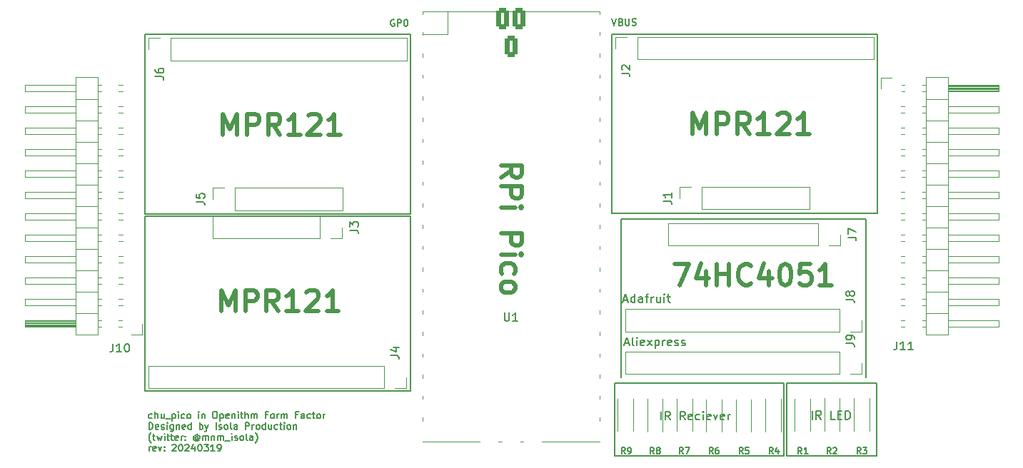
<source format=gto>
G04 #@! TF.GenerationSoftware,KiCad,Pcbnew,7.0.1*
G04 #@! TF.CreationDate,2024-03-19T15:28:11+08:00*
G04 #@! TF.ProjectId,chupico_openithm,63687570-6963-46f5-9f6f-70656e697468,rev?*
G04 #@! TF.SameCoordinates,Original*
G04 #@! TF.FileFunction,Legend,Top*
G04 #@! TF.FilePolarity,Positive*
%FSLAX46Y46*%
G04 Gerber Fmt 4.6, Leading zero omitted, Abs format (unit mm)*
G04 Created by KiCad (PCBNEW 7.0.1) date 2024-03-19 15:28:11*
%MOMM*%
%LPD*%
G01*
G04 APERTURE LIST*
G04 Aperture macros list*
%AMRoundRect*
0 Rectangle with rounded corners*
0 $1 Rounding radius*
0 $2 $3 $4 $5 $6 $7 $8 $9 X,Y pos of 4 corners*
0 Add a 4 corners polygon primitive as box body*
4,1,4,$2,$3,$4,$5,$6,$7,$8,$9,$2,$3,0*
0 Add four circle primitives for the rounded corners*
1,1,$1+$1,$2,$3*
1,1,$1+$1,$4,$5*
1,1,$1+$1,$6,$7*
1,1,$1+$1,$8,$9*
0 Add four rect primitives between the rounded corners*
20,1,$1+$1,$2,$3,$4,$5,0*
20,1,$1+$1,$4,$5,$6,$7,0*
20,1,$1+$1,$6,$7,$8,$9,0*
20,1,$1+$1,$8,$9,$2,$3,0*%
G04 Aperture macros list end*
%ADD10C,0.150000*%
%ADD11C,0.500000*%
%ADD12C,0.120000*%
%ADD13C,1.400000*%
%ADD14O,1.400000X1.400000*%
%ADD15C,3.200000*%
%ADD16R,1.700000X1.700000*%
%ADD17O,1.700000X1.700000*%
%ADD18RoundRect,0.300000X-0.450000X-0.950000X0.450000X-0.950000X0.450000X0.950000X-0.450000X0.950000X0*%
%ADD19R,1.700000X3.500000*%
%ADD20R,3.500000X1.700000*%
%ADD21C,2.100000*%
G04 APERTURE END LIST*
D10*
X175855405Y-105975119D02*
X175855405Y-104975119D01*
X176903023Y-105975119D02*
X176569690Y-105498928D01*
X176331595Y-105975119D02*
X176331595Y-104975119D01*
X176331595Y-104975119D02*
X176712547Y-104975119D01*
X176712547Y-104975119D02*
X176807785Y-105022738D01*
X176807785Y-105022738D02*
X176855404Y-105070357D01*
X176855404Y-105070357D02*
X176903023Y-105165595D01*
X176903023Y-105165595D02*
X176903023Y-105308452D01*
X176903023Y-105308452D02*
X176855404Y-105403690D01*
X176855404Y-105403690D02*
X176807785Y-105451309D01*
X176807785Y-105451309D02*
X176712547Y-105498928D01*
X176712547Y-105498928D02*
X176331595Y-105498928D01*
X178569690Y-105975119D02*
X178093500Y-105975119D01*
X178093500Y-105975119D02*
X178093500Y-104975119D01*
X178903024Y-105451309D02*
X179236357Y-105451309D01*
X179379214Y-105975119D02*
X178903024Y-105975119D01*
X178903024Y-105975119D02*
X178903024Y-104975119D01*
X178903024Y-104975119D02*
X179379214Y-104975119D01*
X179807786Y-105975119D02*
X179807786Y-104975119D01*
X179807786Y-104975119D02*
X180045881Y-104975119D01*
X180045881Y-104975119D02*
X180188738Y-105022738D01*
X180188738Y-105022738D02*
X180283976Y-105117976D01*
X180283976Y-105117976D02*
X180331595Y-105213214D01*
X180331595Y-105213214D02*
X180379214Y-105403690D01*
X180379214Y-105403690D02*
X180379214Y-105546547D01*
X180379214Y-105546547D02*
X180331595Y-105737023D01*
X180331595Y-105737023D02*
X180283976Y-105832261D01*
X180283976Y-105832261D02*
X180188738Y-105927500D01*
X180188738Y-105927500D02*
X180045881Y-105975119D01*
X180045881Y-105975119D02*
X179807786Y-105975119D01*
X157972095Y-106038619D02*
X157972095Y-105038619D01*
X159019713Y-106038619D02*
X158686380Y-105562428D01*
X158448285Y-106038619D02*
X158448285Y-105038619D01*
X158448285Y-105038619D02*
X158829237Y-105038619D01*
X158829237Y-105038619D02*
X158924475Y-105086238D01*
X158924475Y-105086238D02*
X158972094Y-105133857D01*
X158972094Y-105133857D02*
X159019713Y-105229095D01*
X159019713Y-105229095D02*
X159019713Y-105371952D01*
X159019713Y-105371952D02*
X158972094Y-105467190D01*
X158972094Y-105467190D02*
X158924475Y-105514809D01*
X158924475Y-105514809D02*
X158829237Y-105562428D01*
X158829237Y-105562428D02*
X158448285Y-105562428D01*
X160781618Y-106038619D02*
X160448285Y-105562428D01*
X160210190Y-106038619D02*
X160210190Y-105038619D01*
X160210190Y-105038619D02*
X160591142Y-105038619D01*
X160591142Y-105038619D02*
X160686380Y-105086238D01*
X160686380Y-105086238D02*
X160733999Y-105133857D01*
X160733999Y-105133857D02*
X160781618Y-105229095D01*
X160781618Y-105229095D02*
X160781618Y-105371952D01*
X160781618Y-105371952D02*
X160733999Y-105467190D01*
X160733999Y-105467190D02*
X160686380Y-105514809D01*
X160686380Y-105514809D02*
X160591142Y-105562428D01*
X160591142Y-105562428D02*
X160210190Y-105562428D01*
X161591142Y-105991000D02*
X161495904Y-106038619D01*
X161495904Y-106038619D02*
X161305428Y-106038619D01*
X161305428Y-106038619D02*
X161210190Y-105991000D01*
X161210190Y-105991000D02*
X161162571Y-105895761D01*
X161162571Y-105895761D02*
X161162571Y-105514809D01*
X161162571Y-105514809D02*
X161210190Y-105419571D01*
X161210190Y-105419571D02*
X161305428Y-105371952D01*
X161305428Y-105371952D02*
X161495904Y-105371952D01*
X161495904Y-105371952D02*
X161591142Y-105419571D01*
X161591142Y-105419571D02*
X161638761Y-105514809D01*
X161638761Y-105514809D02*
X161638761Y-105610047D01*
X161638761Y-105610047D02*
X161162571Y-105705285D01*
X162495904Y-105991000D02*
X162400666Y-106038619D01*
X162400666Y-106038619D02*
X162210190Y-106038619D01*
X162210190Y-106038619D02*
X162114952Y-105991000D01*
X162114952Y-105991000D02*
X162067333Y-105943380D01*
X162067333Y-105943380D02*
X162019714Y-105848142D01*
X162019714Y-105848142D02*
X162019714Y-105562428D01*
X162019714Y-105562428D02*
X162067333Y-105467190D01*
X162067333Y-105467190D02*
X162114952Y-105419571D01*
X162114952Y-105419571D02*
X162210190Y-105371952D01*
X162210190Y-105371952D02*
X162400666Y-105371952D01*
X162400666Y-105371952D02*
X162495904Y-105419571D01*
X162924476Y-106038619D02*
X162924476Y-105371952D01*
X162924476Y-105038619D02*
X162876857Y-105086238D01*
X162876857Y-105086238D02*
X162924476Y-105133857D01*
X162924476Y-105133857D02*
X162972095Y-105086238D01*
X162972095Y-105086238D02*
X162924476Y-105038619D01*
X162924476Y-105038619D02*
X162924476Y-105133857D01*
X163781618Y-105991000D02*
X163686380Y-106038619D01*
X163686380Y-106038619D02*
X163495904Y-106038619D01*
X163495904Y-106038619D02*
X163400666Y-105991000D01*
X163400666Y-105991000D02*
X163353047Y-105895761D01*
X163353047Y-105895761D02*
X163353047Y-105514809D01*
X163353047Y-105514809D02*
X163400666Y-105419571D01*
X163400666Y-105419571D02*
X163495904Y-105371952D01*
X163495904Y-105371952D02*
X163686380Y-105371952D01*
X163686380Y-105371952D02*
X163781618Y-105419571D01*
X163781618Y-105419571D02*
X163829237Y-105514809D01*
X163829237Y-105514809D02*
X163829237Y-105610047D01*
X163829237Y-105610047D02*
X163353047Y-105705285D01*
X164162571Y-105371952D02*
X164400666Y-106038619D01*
X164400666Y-106038619D02*
X164638761Y-105371952D01*
X165400666Y-105991000D02*
X165305428Y-106038619D01*
X165305428Y-106038619D02*
X165114952Y-106038619D01*
X165114952Y-106038619D02*
X165019714Y-105991000D01*
X165019714Y-105991000D02*
X164972095Y-105895761D01*
X164972095Y-105895761D02*
X164972095Y-105514809D01*
X164972095Y-105514809D02*
X165019714Y-105419571D01*
X165019714Y-105419571D02*
X165114952Y-105371952D01*
X165114952Y-105371952D02*
X165305428Y-105371952D01*
X165305428Y-105371952D02*
X165400666Y-105419571D01*
X165400666Y-105419571D02*
X165448285Y-105514809D01*
X165448285Y-105514809D02*
X165448285Y-105610047D01*
X165448285Y-105610047D02*
X164972095Y-105705285D01*
X165876857Y-106038619D02*
X165876857Y-105371952D01*
X165876857Y-105562428D02*
X165924476Y-105467190D01*
X165924476Y-105467190D02*
X165972095Y-105419571D01*
X165972095Y-105419571D02*
X166067333Y-105371952D01*
X166067333Y-105371952D02*
X166162571Y-105371952D01*
X183515000Y-101727000D02*
X172847000Y-101727000D01*
X172847000Y-110363000D01*
X183515000Y-110363000D01*
X183515000Y-101727000D01*
X152400000Y-101727000D02*
X172466000Y-101727000D01*
X172466000Y-110363000D01*
X152400000Y-110363000D01*
X152400000Y-101727000D01*
X97561333Y-105831000D02*
X97485142Y-105869095D01*
X97485142Y-105869095D02*
X97332761Y-105869095D01*
X97332761Y-105869095D02*
X97256571Y-105831000D01*
X97256571Y-105831000D02*
X97218476Y-105792904D01*
X97218476Y-105792904D02*
X97180380Y-105716714D01*
X97180380Y-105716714D02*
X97180380Y-105488142D01*
X97180380Y-105488142D02*
X97218476Y-105411952D01*
X97218476Y-105411952D02*
X97256571Y-105373857D01*
X97256571Y-105373857D02*
X97332761Y-105335761D01*
X97332761Y-105335761D02*
X97485142Y-105335761D01*
X97485142Y-105335761D02*
X97561333Y-105373857D01*
X97904190Y-105869095D02*
X97904190Y-105069095D01*
X98247047Y-105869095D02*
X98247047Y-105450047D01*
X98247047Y-105450047D02*
X98208952Y-105373857D01*
X98208952Y-105373857D02*
X98132761Y-105335761D01*
X98132761Y-105335761D02*
X98018475Y-105335761D01*
X98018475Y-105335761D02*
X97942285Y-105373857D01*
X97942285Y-105373857D02*
X97904190Y-105411952D01*
X98970857Y-105335761D02*
X98970857Y-105869095D01*
X98628000Y-105335761D02*
X98628000Y-105754809D01*
X98628000Y-105754809D02*
X98666095Y-105831000D01*
X98666095Y-105831000D02*
X98742285Y-105869095D01*
X98742285Y-105869095D02*
X98856571Y-105869095D01*
X98856571Y-105869095D02*
X98932762Y-105831000D01*
X98932762Y-105831000D02*
X98970857Y-105792904D01*
X99161334Y-105945285D02*
X99770857Y-105945285D01*
X99961334Y-105335761D02*
X99961334Y-106135761D01*
X99961334Y-105373857D02*
X100037524Y-105335761D01*
X100037524Y-105335761D02*
X100189905Y-105335761D01*
X100189905Y-105335761D02*
X100266096Y-105373857D01*
X100266096Y-105373857D02*
X100304191Y-105411952D01*
X100304191Y-105411952D02*
X100342286Y-105488142D01*
X100342286Y-105488142D02*
X100342286Y-105716714D01*
X100342286Y-105716714D02*
X100304191Y-105792904D01*
X100304191Y-105792904D02*
X100266096Y-105831000D01*
X100266096Y-105831000D02*
X100189905Y-105869095D01*
X100189905Y-105869095D02*
X100037524Y-105869095D01*
X100037524Y-105869095D02*
X99961334Y-105831000D01*
X100685144Y-105869095D02*
X100685144Y-105335761D01*
X100685144Y-105069095D02*
X100647048Y-105107190D01*
X100647048Y-105107190D02*
X100685144Y-105145285D01*
X100685144Y-105145285D02*
X100723239Y-105107190D01*
X100723239Y-105107190D02*
X100685144Y-105069095D01*
X100685144Y-105069095D02*
X100685144Y-105145285D01*
X101408953Y-105831000D02*
X101332762Y-105869095D01*
X101332762Y-105869095D02*
X101180381Y-105869095D01*
X101180381Y-105869095D02*
X101104191Y-105831000D01*
X101104191Y-105831000D02*
X101066096Y-105792904D01*
X101066096Y-105792904D02*
X101028000Y-105716714D01*
X101028000Y-105716714D02*
X101028000Y-105488142D01*
X101028000Y-105488142D02*
X101066096Y-105411952D01*
X101066096Y-105411952D02*
X101104191Y-105373857D01*
X101104191Y-105373857D02*
X101180381Y-105335761D01*
X101180381Y-105335761D02*
X101332762Y-105335761D01*
X101332762Y-105335761D02*
X101408953Y-105373857D01*
X101866095Y-105869095D02*
X101789905Y-105831000D01*
X101789905Y-105831000D02*
X101751810Y-105792904D01*
X101751810Y-105792904D02*
X101713714Y-105716714D01*
X101713714Y-105716714D02*
X101713714Y-105488142D01*
X101713714Y-105488142D02*
X101751810Y-105411952D01*
X101751810Y-105411952D02*
X101789905Y-105373857D01*
X101789905Y-105373857D02*
X101866095Y-105335761D01*
X101866095Y-105335761D02*
X101980381Y-105335761D01*
X101980381Y-105335761D02*
X102056572Y-105373857D01*
X102056572Y-105373857D02*
X102094667Y-105411952D01*
X102094667Y-105411952D02*
X102132762Y-105488142D01*
X102132762Y-105488142D02*
X102132762Y-105716714D01*
X102132762Y-105716714D02*
X102094667Y-105792904D01*
X102094667Y-105792904D02*
X102056572Y-105831000D01*
X102056572Y-105831000D02*
X101980381Y-105869095D01*
X101980381Y-105869095D02*
X101866095Y-105869095D01*
X103085144Y-105869095D02*
X103085144Y-105335761D01*
X103085144Y-105069095D02*
X103047048Y-105107190D01*
X103047048Y-105107190D02*
X103085144Y-105145285D01*
X103085144Y-105145285D02*
X103123239Y-105107190D01*
X103123239Y-105107190D02*
X103085144Y-105069095D01*
X103085144Y-105069095D02*
X103085144Y-105145285D01*
X103466096Y-105335761D02*
X103466096Y-105869095D01*
X103466096Y-105411952D02*
X103504191Y-105373857D01*
X103504191Y-105373857D02*
X103580381Y-105335761D01*
X103580381Y-105335761D02*
X103694667Y-105335761D01*
X103694667Y-105335761D02*
X103770858Y-105373857D01*
X103770858Y-105373857D02*
X103808953Y-105450047D01*
X103808953Y-105450047D02*
X103808953Y-105869095D01*
X104951811Y-105069095D02*
X105104192Y-105069095D01*
X105104192Y-105069095D02*
X105180382Y-105107190D01*
X105180382Y-105107190D02*
X105256573Y-105183380D01*
X105256573Y-105183380D02*
X105294668Y-105335761D01*
X105294668Y-105335761D02*
X105294668Y-105602428D01*
X105294668Y-105602428D02*
X105256573Y-105754809D01*
X105256573Y-105754809D02*
X105180382Y-105831000D01*
X105180382Y-105831000D02*
X105104192Y-105869095D01*
X105104192Y-105869095D02*
X104951811Y-105869095D01*
X104951811Y-105869095D02*
X104875620Y-105831000D01*
X104875620Y-105831000D02*
X104799430Y-105754809D01*
X104799430Y-105754809D02*
X104761334Y-105602428D01*
X104761334Y-105602428D02*
X104761334Y-105335761D01*
X104761334Y-105335761D02*
X104799430Y-105183380D01*
X104799430Y-105183380D02*
X104875620Y-105107190D01*
X104875620Y-105107190D02*
X104951811Y-105069095D01*
X105637525Y-105335761D02*
X105637525Y-106135761D01*
X105637525Y-105373857D02*
X105713715Y-105335761D01*
X105713715Y-105335761D02*
X105866096Y-105335761D01*
X105866096Y-105335761D02*
X105942287Y-105373857D01*
X105942287Y-105373857D02*
X105980382Y-105411952D01*
X105980382Y-105411952D02*
X106018477Y-105488142D01*
X106018477Y-105488142D02*
X106018477Y-105716714D01*
X106018477Y-105716714D02*
X105980382Y-105792904D01*
X105980382Y-105792904D02*
X105942287Y-105831000D01*
X105942287Y-105831000D02*
X105866096Y-105869095D01*
X105866096Y-105869095D02*
X105713715Y-105869095D01*
X105713715Y-105869095D02*
X105637525Y-105831000D01*
X106666097Y-105831000D02*
X106589906Y-105869095D01*
X106589906Y-105869095D02*
X106437525Y-105869095D01*
X106437525Y-105869095D02*
X106361335Y-105831000D01*
X106361335Y-105831000D02*
X106323239Y-105754809D01*
X106323239Y-105754809D02*
X106323239Y-105450047D01*
X106323239Y-105450047D02*
X106361335Y-105373857D01*
X106361335Y-105373857D02*
X106437525Y-105335761D01*
X106437525Y-105335761D02*
X106589906Y-105335761D01*
X106589906Y-105335761D02*
X106666097Y-105373857D01*
X106666097Y-105373857D02*
X106704192Y-105450047D01*
X106704192Y-105450047D02*
X106704192Y-105526238D01*
X106704192Y-105526238D02*
X106323239Y-105602428D01*
X107047049Y-105335761D02*
X107047049Y-105869095D01*
X107047049Y-105411952D02*
X107085144Y-105373857D01*
X107085144Y-105373857D02*
X107161334Y-105335761D01*
X107161334Y-105335761D02*
X107275620Y-105335761D01*
X107275620Y-105335761D02*
X107351811Y-105373857D01*
X107351811Y-105373857D02*
X107389906Y-105450047D01*
X107389906Y-105450047D02*
X107389906Y-105869095D01*
X107770859Y-105869095D02*
X107770859Y-105335761D01*
X107770859Y-105069095D02*
X107732763Y-105107190D01*
X107732763Y-105107190D02*
X107770859Y-105145285D01*
X107770859Y-105145285D02*
X107808954Y-105107190D01*
X107808954Y-105107190D02*
X107770859Y-105069095D01*
X107770859Y-105069095D02*
X107770859Y-105145285D01*
X108037525Y-105335761D02*
X108342287Y-105335761D01*
X108151811Y-105069095D02*
X108151811Y-105754809D01*
X108151811Y-105754809D02*
X108189906Y-105831000D01*
X108189906Y-105831000D02*
X108266096Y-105869095D01*
X108266096Y-105869095D02*
X108342287Y-105869095D01*
X108608954Y-105869095D02*
X108608954Y-105069095D01*
X108951811Y-105869095D02*
X108951811Y-105450047D01*
X108951811Y-105450047D02*
X108913716Y-105373857D01*
X108913716Y-105373857D02*
X108837525Y-105335761D01*
X108837525Y-105335761D02*
X108723239Y-105335761D01*
X108723239Y-105335761D02*
X108647049Y-105373857D01*
X108647049Y-105373857D02*
X108608954Y-105411952D01*
X109332764Y-105869095D02*
X109332764Y-105335761D01*
X109332764Y-105411952D02*
X109370859Y-105373857D01*
X109370859Y-105373857D02*
X109447049Y-105335761D01*
X109447049Y-105335761D02*
X109561335Y-105335761D01*
X109561335Y-105335761D02*
X109637526Y-105373857D01*
X109637526Y-105373857D02*
X109675621Y-105450047D01*
X109675621Y-105450047D02*
X109675621Y-105869095D01*
X109675621Y-105450047D02*
X109713716Y-105373857D01*
X109713716Y-105373857D02*
X109789907Y-105335761D01*
X109789907Y-105335761D02*
X109904192Y-105335761D01*
X109904192Y-105335761D02*
X109980383Y-105373857D01*
X109980383Y-105373857D02*
X110018478Y-105450047D01*
X110018478Y-105450047D02*
X110018478Y-105869095D01*
X111275621Y-105450047D02*
X111008955Y-105450047D01*
X111008955Y-105869095D02*
X111008955Y-105069095D01*
X111008955Y-105069095D02*
X111389907Y-105069095D01*
X111808954Y-105869095D02*
X111732764Y-105831000D01*
X111732764Y-105831000D02*
X111694669Y-105792904D01*
X111694669Y-105792904D02*
X111656573Y-105716714D01*
X111656573Y-105716714D02*
X111656573Y-105488142D01*
X111656573Y-105488142D02*
X111694669Y-105411952D01*
X111694669Y-105411952D02*
X111732764Y-105373857D01*
X111732764Y-105373857D02*
X111808954Y-105335761D01*
X111808954Y-105335761D02*
X111923240Y-105335761D01*
X111923240Y-105335761D02*
X111999431Y-105373857D01*
X111999431Y-105373857D02*
X112037526Y-105411952D01*
X112037526Y-105411952D02*
X112075621Y-105488142D01*
X112075621Y-105488142D02*
X112075621Y-105716714D01*
X112075621Y-105716714D02*
X112037526Y-105792904D01*
X112037526Y-105792904D02*
X111999431Y-105831000D01*
X111999431Y-105831000D02*
X111923240Y-105869095D01*
X111923240Y-105869095D02*
X111808954Y-105869095D01*
X112418479Y-105869095D02*
X112418479Y-105335761D01*
X112418479Y-105488142D02*
X112456574Y-105411952D01*
X112456574Y-105411952D02*
X112494669Y-105373857D01*
X112494669Y-105373857D02*
X112570860Y-105335761D01*
X112570860Y-105335761D02*
X112647050Y-105335761D01*
X112913717Y-105869095D02*
X112913717Y-105335761D01*
X112913717Y-105411952D02*
X112951812Y-105373857D01*
X112951812Y-105373857D02*
X113028002Y-105335761D01*
X113028002Y-105335761D02*
X113142288Y-105335761D01*
X113142288Y-105335761D02*
X113218479Y-105373857D01*
X113218479Y-105373857D02*
X113256574Y-105450047D01*
X113256574Y-105450047D02*
X113256574Y-105869095D01*
X113256574Y-105450047D02*
X113294669Y-105373857D01*
X113294669Y-105373857D02*
X113370860Y-105335761D01*
X113370860Y-105335761D02*
X113485145Y-105335761D01*
X113485145Y-105335761D02*
X113561336Y-105373857D01*
X113561336Y-105373857D02*
X113599431Y-105450047D01*
X113599431Y-105450047D02*
X113599431Y-105869095D01*
X114856574Y-105450047D02*
X114589908Y-105450047D01*
X114589908Y-105869095D02*
X114589908Y-105069095D01*
X114589908Y-105069095D02*
X114970860Y-105069095D01*
X115618479Y-105869095D02*
X115618479Y-105450047D01*
X115618479Y-105450047D02*
X115580384Y-105373857D01*
X115580384Y-105373857D02*
X115504193Y-105335761D01*
X115504193Y-105335761D02*
X115351812Y-105335761D01*
X115351812Y-105335761D02*
X115275622Y-105373857D01*
X115618479Y-105831000D02*
X115542288Y-105869095D01*
X115542288Y-105869095D02*
X115351812Y-105869095D01*
X115351812Y-105869095D02*
X115275622Y-105831000D01*
X115275622Y-105831000D02*
X115237526Y-105754809D01*
X115237526Y-105754809D02*
X115237526Y-105678619D01*
X115237526Y-105678619D02*
X115275622Y-105602428D01*
X115275622Y-105602428D02*
X115351812Y-105564333D01*
X115351812Y-105564333D02*
X115542288Y-105564333D01*
X115542288Y-105564333D02*
X115618479Y-105526238D01*
X116342289Y-105831000D02*
X116266098Y-105869095D01*
X116266098Y-105869095D02*
X116113717Y-105869095D01*
X116113717Y-105869095D02*
X116037527Y-105831000D01*
X116037527Y-105831000D02*
X115999432Y-105792904D01*
X115999432Y-105792904D02*
X115961336Y-105716714D01*
X115961336Y-105716714D02*
X115961336Y-105488142D01*
X115961336Y-105488142D02*
X115999432Y-105411952D01*
X115999432Y-105411952D02*
X116037527Y-105373857D01*
X116037527Y-105373857D02*
X116113717Y-105335761D01*
X116113717Y-105335761D02*
X116266098Y-105335761D01*
X116266098Y-105335761D02*
X116342289Y-105373857D01*
X116570860Y-105335761D02*
X116875622Y-105335761D01*
X116685146Y-105069095D02*
X116685146Y-105754809D01*
X116685146Y-105754809D02*
X116723241Y-105831000D01*
X116723241Y-105831000D02*
X116799431Y-105869095D01*
X116799431Y-105869095D02*
X116875622Y-105869095D01*
X117256574Y-105869095D02*
X117180384Y-105831000D01*
X117180384Y-105831000D02*
X117142289Y-105792904D01*
X117142289Y-105792904D02*
X117104193Y-105716714D01*
X117104193Y-105716714D02*
X117104193Y-105488142D01*
X117104193Y-105488142D02*
X117142289Y-105411952D01*
X117142289Y-105411952D02*
X117180384Y-105373857D01*
X117180384Y-105373857D02*
X117256574Y-105335761D01*
X117256574Y-105335761D02*
X117370860Y-105335761D01*
X117370860Y-105335761D02*
X117447051Y-105373857D01*
X117447051Y-105373857D02*
X117485146Y-105411952D01*
X117485146Y-105411952D02*
X117523241Y-105488142D01*
X117523241Y-105488142D02*
X117523241Y-105716714D01*
X117523241Y-105716714D02*
X117485146Y-105792904D01*
X117485146Y-105792904D02*
X117447051Y-105831000D01*
X117447051Y-105831000D02*
X117370860Y-105869095D01*
X117370860Y-105869095D02*
X117256574Y-105869095D01*
X117866099Y-105869095D02*
X117866099Y-105335761D01*
X117866099Y-105488142D02*
X117904194Y-105411952D01*
X117904194Y-105411952D02*
X117942289Y-105373857D01*
X117942289Y-105373857D02*
X118018480Y-105335761D01*
X118018480Y-105335761D02*
X118094670Y-105335761D01*
X97218476Y-107165095D02*
X97218476Y-106365095D01*
X97218476Y-106365095D02*
X97408952Y-106365095D01*
X97408952Y-106365095D02*
X97523238Y-106403190D01*
X97523238Y-106403190D02*
X97599428Y-106479380D01*
X97599428Y-106479380D02*
X97637523Y-106555571D01*
X97637523Y-106555571D02*
X97675619Y-106707952D01*
X97675619Y-106707952D02*
X97675619Y-106822238D01*
X97675619Y-106822238D02*
X97637523Y-106974619D01*
X97637523Y-106974619D02*
X97599428Y-107050809D01*
X97599428Y-107050809D02*
X97523238Y-107127000D01*
X97523238Y-107127000D02*
X97408952Y-107165095D01*
X97408952Y-107165095D02*
X97218476Y-107165095D01*
X98323238Y-107127000D02*
X98247047Y-107165095D01*
X98247047Y-107165095D02*
X98094666Y-107165095D01*
X98094666Y-107165095D02*
X98018476Y-107127000D01*
X98018476Y-107127000D02*
X97980380Y-107050809D01*
X97980380Y-107050809D02*
X97980380Y-106746047D01*
X97980380Y-106746047D02*
X98018476Y-106669857D01*
X98018476Y-106669857D02*
X98094666Y-106631761D01*
X98094666Y-106631761D02*
X98247047Y-106631761D01*
X98247047Y-106631761D02*
X98323238Y-106669857D01*
X98323238Y-106669857D02*
X98361333Y-106746047D01*
X98361333Y-106746047D02*
X98361333Y-106822238D01*
X98361333Y-106822238D02*
X97980380Y-106898428D01*
X98666094Y-107127000D02*
X98742285Y-107165095D01*
X98742285Y-107165095D02*
X98894666Y-107165095D01*
X98894666Y-107165095D02*
X98970856Y-107127000D01*
X98970856Y-107127000D02*
X99008952Y-107050809D01*
X99008952Y-107050809D02*
X99008952Y-107012714D01*
X99008952Y-107012714D02*
X98970856Y-106936523D01*
X98970856Y-106936523D02*
X98894666Y-106898428D01*
X98894666Y-106898428D02*
X98780380Y-106898428D01*
X98780380Y-106898428D02*
X98704190Y-106860333D01*
X98704190Y-106860333D02*
X98666094Y-106784142D01*
X98666094Y-106784142D02*
X98666094Y-106746047D01*
X98666094Y-106746047D02*
X98704190Y-106669857D01*
X98704190Y-106669857D02*
X98780380Y-106631761D01*
X98780380Y-106631761D02*
X98894666Y-106631761D01*
X98894666Y-106631761D02*
X98970856Y-106669857D01*
X99351809Y-107165095D02*
X99351809Y-106631761D01*
X99351809Y-106365095D02*
X99313713Y-106403190D01*
X99313713Y-106403190D02*
X99351809Y-106441285D01*
X99351809Y-106441285D02*
X99389904Y-106403190D01*
X99389904Y-106403190D02*
X99351809Y-106365095D01*
X99351809Y-106365095D02*
X99351809Y-106441285D01*
X100075618Y-106631761D02*
X100075618Y-107279380D01*
X100075618Y-107279380D02*
X100037523Y-107355571D01*
X100037523Y-107355571D02*
X99999427Y-107393666D01*
X99999427Y-107393666D02*
X99923237Y-107431761D01*
X99923237Y-107431761D02*
X99808951Y-107431761D01*
X99808951Y-107431761D02*
X99732761Y-107393666D01*
X100075618Y-107127000D02*
X99999427Y-107165095D01*
X99999427Y-107165095D02*
X99847046Y-107165095D01*
X99847046Y-107165095D02*
X99770856Y-107127000D01*
X99770856Y-107127000D02*
X99732761Y-107088904D01*
X99732761Y-107088904D02*
X99694665Y-107012714D01*
X99694665Y-107012714D02*
X99694665Y-106784142D01*
X99694665Y-106784142D02*
X99732761Y-106707952D01*
X99732761Y-106707952D02*
X99770856Y-106669857D01*
X99770856Y-106669857D02*
X99847046Y-106631761D01*
X99847046Y-106631761D02*
X99999427Y-106631761D01*
X99999427Y-106631761D02*
X100075618Y-106669857D01*
X100456571Y-106631761D02*
X100456571Y-107165095D01*
X100456571Y-106707952D02*
X100494666Y-106669857D01*
X100494666Y-106669857D02*
X100570856Y-106631761D01*
X100570856Y-106631761D02*
X100685142Y-106631761D01*
X100685142Y-106631761D02*
X100761333Y-106669857D01*
X100761333Y-106669857D02*
X100799428Y-106746047D01*
X100799428Y-106746047D02*
X100799428Y-107165095D01*
X101485143Y-107127000D02*
X101408952Y-107165095D01*
X101408952Y-107165095D02*
X101256571Y-107165095D01*
X101256571Y-107165095D02*
X101180381Y-107127000D01*
X101180381Y-107127000D02*
X101142285Y-107050809D01*
X101142285Y-107050809D02*
X101142285Y-106746047D01*
X101142285Y-106746047D02*
X101180381Y-106669857D01*
X101180381Y-106669857D02*
X101256571Y-106631761D01*
X101256571Y-106631761D02*
X101408952Y-106631761D01*
X101408952Y-106631761D02*
X101485143Y-106669857D01*
X101485143Y-106669857D02*
X101523238Y-106746047D01*
X101523238Y-106746047D02*
X101523238Y-106822238D01*
X101523238Y-106822238D02*
X101142285Y-106898428D01*
X102208952Y-107165095D02*
X102208952Y-106365095D01*
X102208952Y-107127000D02*
X102132761Y-107165095D01*
X102132761Y-107165095D02*
X101980380Y-107165095D01*
X101980380Y-107165095D02*
X101904190Y-107127000D01*
X101904190Y-107127000D02*
X101866095Y-107088904D01*
X101866095Y-107088904D02*
X101827999Y-107012714D01*
X101827999Y-107012714D02*
X101827999Y-106784142D01*
X101827999Y-106784142D02*
X101866095Y-106707952D01*
X101866095Y-106707952D02*
X101904190Y-106669857D01*
X101904190Y-106669857D02*
X101980380Y-106631761D01*
X101980380Y-106631761D02*
X102132761Y-106631761D01*
X102132761Y-106631761D02*
X102208952Y-106669857D01*
X103199429Y-107165095D02*
X103199429Y-106365095D01*
X103199429Y-106669857D02*
X103275619Y-106631761D01*
X103275619Y-106631761D02*
X103428000Y-106631761D01*
X103428000Y-106631761D02*
X103504191Y-106669857D01*
X103504191Y-106669857D02*
X103542286Y-106707952D01*
X103542286Y-106707952D02*
X103580381Y-106784142D01*
X103580381Y-106784142D02*
X103580381Y-107012714D01*
X103580381Y-107012714D02*
X103542286Y-107088904D01*
X103542286Y-107088904D02*
X103504191Y-107127000D01*
X103504191Y-107127000D02*
X103428000Y-107165095D01*
X103428000Y-107165095D02*
X103275619Y-107165095D01*
X103275619Y-107165095D02*
X103199429Y-107127000D01*
X103847048Y-106631761D02*
X104037524Y-107165095D01*
X104228001Y-106631761D02*
X104037524Y-107165095D01*
X104037524Y-107165095D02*
X103961334Y-107355571D01*
X103961334Y-107355571D02*
X103923239Y-107393666D01*
X103923239Y-107393666D02*
X103847048Y-107431761D01*
X105142287Y-107165095D02*
X105142287Y-106365095D01*
X105485143Y-107127000D02*
X105561334Y-107165095D01*
X105561334Y-107165095D02*
X105713715Y-107165095D01*
X105713715Y-107165095D02*
X105789905Y-107127000D01*
X105789905Y-107127000D02*
X105828001Y-107050809D01*
X105828001Y-107050809D02*
X105828001Y-107012714D01*
X105828001Y-107012714D02*
X105789905Y-106936523D01*
X105789905Y-106936523D02*
X105713715Y-106898428D01*
X105713715Y-106898428D02*
X105599429Y-106898428D01*
X105599429Y-106898428D02*
X105523239Y-106860333D01*
X105523239Y-106860333D02*
X105485143Y-106784142D01*
X105485143Y-106784142D02*
X105485143Y-106746047D01*
X105485143Y-106746047D02*
X105523239Y-106669857D01*
X105523239Y-106669857D02*
X105599429Y-106631761D01*
X105599429Y-106631761D02*
X105713715Y-106631761D01*
X105713715Y-106631761D02*
X105789905Y-106669857D01*
X106285143Y-107165095D02*
X106208953Y-107127000D01*
X106208953Y-107127000D02*
X106170858Y-107088904D01*
X106170858Y-107088904D02*
X106132762Y-107012714D01*
X106132762Y-107012714D02*
X106132762Y-106784142D01*
X106132762Y-106784142D02*
X106170858Y-106707952D01*
X106170858Y-106707952D02*
X106208953Y-106669857D01*
X106208953Y-106669857D02*
X106285143Y-106631761D01*
X106285143Y-106631761D02*
X106399429Y-106631761D01*
X106399429Y-106631761D02*
X106475620Y-106669857D01*
X106475620Y-106669857D02*
X106513715Y-106707952D01*
X106513715Y-106707952D02*
X106551810Y-106784142D01*
X106551810Y-106784142D02*
X106551810Y-107012714D01*
X106551810Y-107012714D02*
X106513715Y-107088904D01*
X106513715Y-107088904D02*
X106475620Y-107127000D01*
X106475620Y-107127000D02*
X106399429Y-107165095D01*
X106399429Y-107165095D02*
X106285143Y-107165095D01*
X107008953Y-107165095D02*
X106932763Y-107127000D01*
X106932763Y-107127000D02*
X106894668Y-107050809D01*
X106894668Y-107050809D02*
X106894668Y-106365095D01*
X107656573Y-107165095D02*
X107656573Y-106746047D01*
X107656573Y-106746047D02*
X107618478Y-106669857D01*
X107618478Y-106669857D02*
X107542287Y-106631761D01*
X107542287Y-106631761D02*
X107389906Y-106631761D01*
X107389906Y-106631761D02*
X107313716Y-106669857D01*
X107656573Y-107127000D02*
X107580382Y-107165095D01*
X107580382Y-107165095D02*
X107389906Y-107165095D01*
X107389906Y-107165095D02*
X107313716Y-107127000D01*
X107313716Y-107127000D02*
X107275620Y-107050809D01*
X107275620Y-107050809D02*
X107275620Y-106974619D01*
X107275620Y-106974619D02*
X107313716Y-106898428D01*
X107313716Y-106898428D02*
X107389906Y-106860333D01*
X107389906Y-106860333D02*
X107580382Y-106860333D01*
X107580382Y-106860333D02*
X107656573Y-106822238D01*
X108647050Y-107165095D02*
X108647050Y-106365095D01*
X108647050Y-106365095D02*
X108951812Y-106365095D01*
X108951812Y-106365095D02*
X109028002Y-106403190D01*
X109028002Y-106403190D02*
X109066097Y-106441285D01*
X109066097Y-106441285D02*
X109104193Y-106517476D01*
X109104193Y-106517476D02*
X109104193Y-106631761D01*
X109104193Y-106631761D02*
X109066097Y-106707952D01*
X109066097Y-106707952D02*
X109028002Y-106746047D01*
X109028002Y-106746047D02*
X108951812Y-106784142D01*
X108951812Y-106784142D02*
X108647050Y-106784142D01*
X109447050Y-107165095D02*
X109447050Y-106631761D01*
X109447050Y-106784142D02*
X109485145Y-106707952D01*
X109485145Y-106707952D02*
X109523240Y-106669857D01*
X109523240Y-106669857D02*
X109599431Y-106631761D01*
X109599431Y-106631761D02*
X109675621Y-106631761D01*
X110056573Y-107165095D02*
X109980383Y-107127000D01*
X109980383Y-107127000D02*
X109942288Y-107088904D01*
X109942288Y-107088904D02*
X109904192Y-107012714D01*
X109904192Y-107012714D02*
X109904192Y-106784142D01*
X109904192Y-106784142D02*
X109942288Y-106707952D01*
X109942288Y-106707952D02*
X109980383Y-106669857D01*
X109980383Y-106669857D02*
X110056573Y-106631761D01*
X110056573Y-106631761D02*
X110170859Y-106631761D01*
X110170859Y-106631761D02*
X110247050Y-106669857D01*
X110247050Y-106669857D02*
X110285145Y-106707952D01*
X110285145Y-106707952D02*
X110323240Y-106784142D01*
X110323240Y-106784142D02*
X110323240Y-107012714D01*
X110323240Y-107012714D02*
X110285145Y-107088904D01*
X110285145Y-107088904D02*
X110247050Y-107127000D01*
X110247050Y-107127000D02*
X110170859Y-107165095D01*
X110170859Y-107165095D02*
X110056573Y-107165095D01*
X111008955Y-107165095D02*
X111008955Y-106365095D01*
X111008955Y-107127000D02*
X110932764Y-107165095D01*
X110932764Y-107165095D02*
X110780383Y-107165095D01*
X110780383Y-107165095D02*
X110704193Y-107127000D01*
X110704193Y-107127000D02*
X110666098Y-107088904D01*
X110666098Y-107088904D02*
X110628002Y-107012714D01*
X110628002Y-107012714D02*
X110628002Y-106784142D01*
X110628002Y-106784142D02*
X110666098Y-106707952D01*
X110666098Y-106707952D02*
X110704193Y-106669857D01*
X110704193Y-106669857D02*
X110780383Y-106631761D01*
X110780383Y-106631761D02*
X110932764Y-106631761D01*
X110932764Y-106631761D02*
X111008955Y-106669857D01*
X111732765Y-106631761D02*
X111732765Y-107165095D01*
X111389908Y-106631761D02*
X111389908Y-107050809D01*
X111389908Y-107050809D02*
X111428003Y-107127000D01*
X111428003Y-107127000D02*
X111504193Y-107165095D01*
X111504193Y-107165095D02*
X111618479Y-107165095D01*
X111618479Y-107165095D02*
X111694670Y-107127000D01*
X111694670Y-107127000D02*
X111732765Y-107088904D01*
X112456575Y-107127000D02*
X112380384Y-107165095D01*
X112380384Y-107165095D02*
X112228003Y-107165095D01*
X112228003Y-107165095D02*
X112151813Y-107127000D01*
X112151813Y-107127000D02*
X112113718Y-107088904D01*
X112113718Y-107088904D02*
X112075622Y-107012714D01*
X112075622Y-107012714D02*
X112075622Y-106784142D01*
X112075622Y-106784142D02*
X112113718Y-106707952D01*
X112113718Y-106707952D02*
X112151813Y-106669857D01*
X112151813Y-106669857D02*
X112228003Y-106631761D01*
X112228003Y-106631761D02*
X112380384Y-106631761D01*
X112380384Y-106631761D02*
X112456575Y-106669857D01*
X112685146Y-106631761D02*
X112989908Y-106631761D01*
X112799432Y-106365095D02*
X112799432Y-107050809D01*
X112799432Y-107050809D02*
X112837527Y-107127000D01*
X112837527Y-107127000D02*
X112913717Y-107165095D01*
X112913717Y-107165095D02*
X112989908Y-107165095D01*
X113256575Y-107165095D02*
X113256575Y-106631761D01*
X113256575Y-106365095D02*
X113218479Y-106403190D01*
X113218479Y-106403190D02*
X113256575Y-106441285D01*
X113256575Y-106441285D02*
X113294670Y-106403190D01*
X113294670Y-106403190D02*
X113256575Y-106365095D01*
X113256575Y-106365095D02*
X113256575Y-106441285D01*
X113751812Y-107165095D02*
X113675622Y-107127000D01*
X113675622Y-107127000D02*
X113637527Y-107088904D01*
X113637527Y-107088904D02*
X113599431Y-107012714D01*
X113599431Y-107012714D02*
X113599431Y-106784142D01*
X113599431Y-106784142D02*
X113637527Y-106707952D01*
X113637527Y-106707952D02*
X113675622Y-106669857D01*
X113675622Y-106669857D02*
X113751812Y-106631761D01*
X113751812Y-106631761D02*
X113866098Y-106631761D01*
X113866098Y-106631761D02*
X113942289Y-106669857D01*
X113942289Y-106669857D02*
X113980384Y-106707952D01*
X113980384Y-106707952D02*
X114018479Y-106784142D01*
X114018479Y-106784142D02*
X114018479Y-107012714D01*
X114018479Y-107012714D02*
X113980384Y-107088904D01*
X113980384Y-107088904D02*
X113942289Y-107127000D01*
X113942289Y-107127000D02*
X113866098Y-107165095D01*
X113866098Y-107165095D02*
X113751812Y-107165095D01*
X114361337Y-106631761D02*
X114361337Y-107165095D01*
X114361337Y-106707952D02*
X114399432Y-106669857D01*
X114399432Y-106669857D02*
X114475622Y-106631761D01*
X114475622Y-106631761D02*
X114589908Y-106631761D01*
X114589908Y-106631761D02*
X114666099Y-106669857D01*
X114666099Y-106669857D02*
X114704194Y-106746047D01*
X114704194Y-106746047D02*
X114704194Y-107165095D01*
X97447047Y-108765857D02*
X97408952Y-108727761D01*
X97408952Y-108727761D02*
X97332761Y-108613476D01*
X97332761Y-108613476D02*
X97294666Y-108537285D01*
X97294666Y-108537285D02*
X97256571Y-108423000D01*
X97256571Y-108423000D02*
X97218476Y-108232523D01*
X97218476Y-108232523D02*
X97218476Y-108080142D01*
X97218476Y-108080142D02*
X97256571Y-107889666D01*
X97256571Y-107889666D02*
X97294666Y-107775380D01*
X97294666Y-107775380D02*
X97332761Y-107699190D01*
X97332761Y-107699190D02*
X97408952Y-107584904D01*
X97408952Y-107584904D02*
X97447047Y-107546809D01*
X97637523Y-107927761D02*
X97942285Y-107927761D01*
X97751809Y-107661095D02*
X97751809Y-108346809D01*
X97751809Y-108346809D02*
X97789904Y-108423000D01*
X97789904Y-108423000D02*
X97866094Y-108461095D01*
X97866094Y-108461095D02*
X97942285Y-108461095D01*
X98132761Y-107927761D02*
X98285142Y-108461095D01*
X98285142Y-108461095D02*
X98437523Y-108080142D01*
X98437523Y-108080142D02*
X98589904Y-108461095D01*
X98589904Y-108461095D02*
X98742285Y-107927761D01*
X99047047Y-108461095D02*
X99047047Y-107927761D01*
X99047047Y-107661095D02*
X99008951Y-107699190D01*
X99008951Y-107699190D02*
X99047047Y-107737285D01*
X99047047Y-107737285D02*
X99085142Y-107699190D01*
X99085142Y-107699190D02*
X99047047Y-107661095D01*
X99047047Y-107661095D02*
X99047047Y-107737285D01*
X99313713Y-107927761D02*
X99618475Y-107927761D01*
X99427999Y-107661095D02*
X99427999Y-108346809D01*
X99427999Y-108346809D02*
X99466094Y-108423000D01*
X99466094Y-108423000D02*
X99542284Y-108461095D01*
X99542284Y-108461095D02*
X99618475Y-108461095D01*
X99770856Y-107927761D02*
X100075618Y-107927761D01*
X99885142Y-107661095D02*
X99885142Y-108346809D01*
X99885142Y-108346809D02*
X99923237Y-108423000D01*
X99923237Y-108423000D02*
X99999427Y-108461095D01*
X99999427Y-108461095D02*
X100075618Y-108461095D01*
X100647047Y-108423000D02*
X100570856Y-108461095D01*
X100570856Y-108461095D02*
X100418475Y-108461095D01*
X100418475Y-108461095D02*
X100342285Y-108423000D01*
X100342285Y-108423000D02*
X100304189Y-108346809D01*
X100304189Y-108346809D02*
X100304189Y-108042047D01*
X100304189Y-108042047D02*
X100342285Y-107965857D01*
X100342285Y-107965857D02*
X100418475Y-107927761D01*
X100418475Y-107927761D02*
X100570856Y-107927761D01*
X100570856Y-107927761D02*
X100647047Y-107965857D01*
X100647047Y-107965857D02*
X100685142Y-108042047D01*
X100685142Y-108042047D02*
X100685142Y-108118238D01*
X100685142Y-108118238D02*
X100304189Y-108194428D01*
X101027999Y-108461095D02*
X101027999Y-107927761D01*
X101027999Y-108080142D02*
X101066094Y-108003952D01*
X101066094Y-108003952D02*
X101104189Y-107965857D01*
X101104189Y-107965857D02*
X101180380Y-107927761D01*
X101180380Y-107927761D02*
X101256570Y-107927761D01*
X101523237Y-108384904D02*
X101561332Y-108423000D01*
X101561332Y-108423000D02*
X101523237Y-108461095D01*
X101523237Y-108461095D02*
X101485141Y-108423000D01*
X101485141Y-108423000D02*
X101523237Y-108384904D01*
X101523237Y-108384904D02*
X101523237Y-108461095D01*
X101523237Y-107965857D02*
X101561332Y-108003952D01*
X101561332Y-108003952D02*
X101523237Y-108042047D01*
X101523237Y-108042047D02*
X101485141Y-108003952D01*
X101485141Y-108003952D02*
X101523237Y-107965857D01*
X101523237Y-107965857D02*
X101523237Y-108042047D01*
X103008951Y-108080142D02*
X102970856Y-108042047D01*
X102970856Y-108042047D02*
X102894665Y-108003952D01*
X102894665Y-108003952D02*
X102818475Y-108003952D01*
X102818475Y-108003952D02*
X102742284Y-108042047D01*
X102742284Y-108042047D02*
X102704189Y-108080142D01*
X102704189Y-108080142D02*
X102666094Y-108156333D01*
X102666094Y-108156333D02*
X102666094Y-108232523D01*
X102666094Y-108232523D02*
X102704189Y-108308714D01*
X102704189Y-108308714D02*
X102742284Y-108346809D01*
X102742284Y-108346809D02*
X102818475Y-108384904D01*
X102818475Y-108384904D02*
X102894665Y-108384904D01*
X102894665Y-108384904D02*
X102970856Y-108346809D01*
X102970856Y-108346809D02*
X103008951Y-108308714D01*
X103008951Y-108003952D02*
X103008951Y-108308714D01*
X103008951Y-108308714D02*
X103047046Y-108346809D01*
X103047046Y-108346809D02*
X103085141Y-108346809D01*
X103085141Y-108346809D02*
X103161332Y-108308714D01*
X103161332Y-108308714D02*
X103199427Y-108232523D01*
X103199427Y-108232523D02*
X103199427Y-108042047D01*
X103199427Y-108042047D02*
X103123237Y-107927761D01*
X103123237Y-107927761D02*
X103008951Y-107851571D01*
X103008951Y-107851571D02*
X102856570Y-107813476D01*
X102856570Y-107813476D02*
X102704189Y-107851571D01*
X102704189Y-107851571D02*
X102589903Y-107927761D01*
X102589903Y-107927761D02*
X102513713Y-108042047D01*
X102513713Y-108042047D02*
X102475617Y-108194428D01*
X102475617Y-108194428D02*
X102513713Y-108346809D01*
X102513713Y-108346809D02*
X102589903Y-108461095D01*
X102589903Y-108461095D02*
X102704189Y-108537285D01*
X102704189Y-108537285D02*
X102856570Y-108575380D01*
X102856570Y-108575380D02*
X103008951Y-108537285D01*
X103008951Y-108537285D02*
X103123237Y-108461095D01*
X103542284Y-108461095D02*
X103542284Y-107927761D01*
X103542284Y-108003952D02*
X103580379Y-107965857D01*
X103580379Y-107965857D02*
X103656569Y-107927761D01*
X103656569Y-107927761D02*
X103770855Y-107927761D01*
X103770855Y-107927761D02*
X103847046Y-107965857D01*
X103847046Y-107965857D02*
X103885141Y-108042047D01*
X103885141Y-108042047D02*
X103885141Y-108461095D01*
X103885141Y-108042047D02*
X103923236Y-107965857D01*
X103923236Y-107965857D02*
X103999427Y-107927761D01*
X103999427Y-107927761D02*
X104113712Y-107927761D01*
X104113712Y-107927761D02*
X104189903Y-107965857D01*
X104189903Y-107965857D02*
X104227998Y-108042047D01*
X104227998Y-108042047D02*
X104227998Y-108461095D01*
X104608951Y-107927761D02*
X104608951Y-108461095D01*
X104608951Y-108003952D02*
X104647046Y-107965857D01*
X104647046Y-107965857D02*
X104723236Y-107927761D01*
X104723236Y-107927761D02*
X104837522Y-107927761D01*
X104837522Y-107927761D02*
X104913713Y-107965857D01*
X104913713Y-107965857D02*
X104951808Y-108042047D01*
X104951808Y-108042047D02*
X104951808Y-108461095D01*
X105332761Y-108461095D02*
X105332761Y-107927761D01*
X105332761Y-108003952D02*
X105370856Y-107965857D01*
X105370856Y-107965857D02*
X105447046Y-107927761D01*
X105447046Y-107927761D02*
X105561332Y-107927761D01*
X105561332Y-107927761D02*
X105637523Y-107965857D01*
X105637523Y-107965857D02*
X105675618Y-108042047D01*
X105675618Y-108042047D02*
X105675618Y-108461095D01*
X105675618Y-108042047D02*
X105713713Y-107965857D01*
X105713713Y-107965857D02*
X105789904Y-107927761D01*
X105789904Y-107927761D02*
X105904189Y-107927761D01*
X105904189Y-107927761D02*
X105980380Y-107965857D01*
X105980380Y-107965857D02*
X106018475Y-108042047D01*
X106018475Y-108042047D02*
X106018475Y-108461095D01*
X106208952Y-108537285D02*
X106818475Y-108537285D01*
X107008952Y-108461095D02*
X107008952Y-107927761D01*
X107008952Y-107661095D02*
X106970856Y-107699190D01*
X106970856Y-107699190D02*
X107008952Y-107737285D01*
X107008952Y-107737285D02*
X107047047Y-107699190D01*
X107047047Y-107699190D02*
X107008952Y-107661095D01*
X107008952Y-107661095D02*
X107008952Y-107737285D01*
X107351808Y-108423000D02*
X107427999Y-108461095D01*
X107427999Y-108461095D02*
X107580380Y-108461095D01*
X107580380Y-108461095D02*
X107656570Y-108423000D01*
X107656570Y-108423000D02*
X107694666Y-108346809D01*
X107694666Y-108346809D02*
X107694666Y-108308714D01*
X107694666Y-108308714D02*
X107656570Y-108232523D01*
X107656570Y-108232523D02*
X107580380Y-108194428D01*
X107580380Y-108194428D02*
X107466094Y-108194428D01*
X107466094Y-108194428D02*
X107389904Y-108156333D01*
X107389904Y-108156333D02*
X107351808Y-108080142D01*
X107351808Y-108080142D02*
X107351808Y-108042047D01*
X107351808Y-108042047D02*
X107389904Y-107965857D01*
X107389904Y-107965857D02*
X107466094Y-107927761D01*
X107466094Y-107927761D02*
X107580380Y-107927761D01*
X107580380Y-107927761D02*
X107656570Y-107965857D01*
X108151808Y-108461095D02*
X108075618Y-108423000D01*
X108075618Y-108423000D02*
X108037523Y-108384904D01*
X108037523Y-108384904D02*
X107999427Y-108308714D01*
X107999427Y-108308714D02*
X107999427Y-108080142D01*
X107999427Y-108080142D02*
X108037523Y-108003952D01*
X108037523Y-108003952D02*
X108075618Y-107965857D01*
X108075618Y-107965857D02*
X108151808Y-107927761D01*
X108151808Y-107927761D02*
X108266094Y-107927761D01*
X108266094Y-107927761D02*
X108342285Y-107965857D01*
X108342285Y-107965857D02*
X108380380Y-108003952D01*
X108380380Y-108003952D02*
X108418475Y-108080142D01*
X108418475Y-108080142D02*
X108418475Y-108308714D01*
X108418475Y-108308714D02*
X108380380Y-108384904D01*
X108380380Y-108384904D02*
X108342285Y-108423000D01*
X108342285Y-108423000D02*
X108266094Y-108461095D01*
X108266094Y-108461095D02*
X108151808Y-108461095D01*
X108875618Y-108461095D02*
X108799428Y-108423000D01*
X108799428Y-108423000D02*
X108761333Y-108346809D01*
X108761333Y-108346809D02*
X108761333Y-107661095D01*
X109523238Y-108461095D02*
X109523238Y-108042047D01*
X109523238Y-108042047D02*
X109485143Y-107965857D01*
X109485143Y-107965857D02*
X109408952Y-107927761D01*
X109408952Y-107927761D02*
X109256571Y-107927761D01*
X109256571Y-107927761D02*
X109180381Y-107965857D01*
X109523238Y-108423000D02*
X109447047Y-108461095D01*
X109447047Y-108461095D02*
X109256571Y-108461095D01*
X109256571Y-108461095D02*
X109180381Y-108423000D01*
X109180381Y-108423000D02*
X109142285Y-108346809D01*
X109142285Y-108346809D02*
X109142285Y-108270619D01*
X109142285Y-108270619D02*
X109180381Y-108194428D01*
X109180381Y-108194428D02*
X109256571Y-108156333D01*
X109256571Y-108156333D02*
X109447047Y-108156333D01*
X109447047Y-108156333D02*
X109523238Y-108118238D01*
X109828000Y-108765857D02*
X109866095Y-108727761D01*
X109866095Y-108727761D02*
X109942286Y-108613476D01*
X109942286Y-108613476D02*
X109980381Y-108537285D01*
X109980381Y-108537285D02*
X110018476Y-108423000D01*
X110018476Y-108423000D02*
X110056572Y-108232523D01*
X110056572Y-108232523D02*
X110056572Y-108080142D01*
X110056572Y-108080142D02*
X110018476Y-107889666D01*
X110018476Y-107889666D02*
X109980381Y-107775380D01*
X109980381Y-107775380D02*
X109942286Y-107699190D01*
X109942286Y-107699190D02*
X109866095Y-107584904D01*
X109866095Y-107584904D02*
X109828000Y-107546809D01*
X97218476Y-109757095D02*
X97218476Y-109223761D01*
X97218476Y-109376142D02*
X97256571Y-109299952D01*
X97256571Y-109299952D02*
X97294666Y-109261857D01*
X97294666Y-109261857D02*
X97370857Y-109223761D01*
X97370857Y-109223761D02*
X97447047Y-109223761D01*
X98018476Y-109719000D02*
X97942285Y-109757095D01*
X97942285Y-109757095D02*
X97789904Y-109757095D01*
X97789904Y-109757095D02*
X97713714Y-109719000D01*
X97713714Y-109719000D02*
X97675618Y-109642809D01*
X97675618Y-109642809D02*
X97675618Y-109338047D01*
X97675618Y-109338047D02*
X97713714Y-109261857D01*
X97713714Y-109261857D02*
X97789904Y-109223761D01*
X97789904Y-109223761D02*
X97942285Y-109223761D01*
X97942285Y-109223761D02*
X98018476Y-109261857D01*
X98018476Y-109261857D02*
X98056571Y-109338047D01*
X98056571Y-109338047D02*
X98056571Y-109414238D01*
X98056571Y-109414238D02*
X97675618Y-109490428D01*
X98323237Y-109223761D02*
X98513713Y-109757095D01*
X98513713Y-109757095D02*
X98704190Y-109223761D01*
X99008952Y-109680904D02*
X99047047Y-109719000D01*
X99047047Y-109719000D02*
X99008952Y-109757095D01*
X99008952Y-109757095D02*
X98970856Y-109719000D01*
X98970856Y-109719000D02*
X99008952Y-109680904D01*
X99008952Y-109680904D02*
X99008952Y-109757095D01*
X99008952Y-109261857D02*
X99047047Y-109299952D01*
X99047047Y-109299952D02*
X99008952Y-109338047D01*
X99008952Y-109338047D02*
X98970856Y-109299952D01*
X98970856Y-109299952D02*
X99008952Y-109261857D01*
X99008952Y-109261857D02*
X99008952Y-109338047D01*
X99961332Y-109033285D02*
X99999428Y-108995190D01*
X99999428Y-108995190D02*
X100075618Y-108957095D01*
X100075618Y-108957095D02*
X100266094Y-108957095D01*
X100266094Y-108957095D02*
X100342285Y-108995190D01*
X100342285Y-108995190D02*
X100380380Y-109033285D01*
X100380380Y-109033285D02*
X100418475Y-109109476D01*
X100418475Y-109109476D02*
X100418475Y-109185666D01*
X100418475Y-109185666D02*
X100380380Y-109299952D01*
X100380380Y-109299952D02*
X99923237Y-109757095D01*
X99923237Y-109757095D02*
X100418475Y-109757095D01*
X100913714Y-108957095D02*
X100989904Y-108957095D01*
X100989904Y-108957095D02*
X101066095Y-108995190D01*
X101066095Y-108995190D02*
X101104190Y-109033285D01*
X101104190Y-109033285D02*
X101142285Y-109109476D01*
X101142285Y-109109476D02*
X101180380Y-109261857D01*
X101180380Y-109261857D02*
X101180380Y-109452333D01*
X101180380Y-109452333D02*
X101142285Y-109604714D01*
X101142285Y-109604714D02*
X101104190Y-109680904D01*
X101104190Y-109680904D02*
X101066095Y-109719000D01*
X101066095Y-109719000D02*
X100989904Y-109757095D01*
X100989904Y-109757095D02*
X100913714Y-109757095D01*
X100913714Y-109757095D02*
X100837523Y-109719000D01*
X100837523Y-109719000D02*
X100799428Y-109680904D01*
X100799428Y-109680904D02*
X100761333Y-109604714D01*
X100761333Y-109604714D02*
X100723237Y-109452333D01*
X100723237Y-109452333D02*
X100723237Y-109261857D01*
X100723237Y-109261857D02*
X100761333Y-109109476D01*
X100761333Y-109109476D02*
X100799428Y-109033285D01*
X100799428Y-109033285D02*
X100837523Y-108995190D01*
X100837523Y-108995190D02*
X100913714Y-108957095D01*
X101485142Y-109033285D02*
X101523238Y-108995190D01*
X101523238Y-108995190D02*
X101599428Y-108957095D01*
X101599428Y-108957095D02*
X101789904Y-108957095D01*
X101789904Y-108957095D02*
X101866095Y-108995190D01*
X101866095Y-108995190D02*
X101904190Y-109033285D01*
X101904190Y-109033285D02*
X101942285Y-109109476D01*
X101942285Y-109109476D02*
X101942285Y-109185666D01*
X101942285Y-109185666D02*
X101904190Y-109299952D01*
X101904190Y-109299952D02*
X101447047Y-109757095D01*
X101447047Y-109757095D02*
X101942285Y-109757095D01*
X102628000Y-109223761D02*
X102628000Y-109757095D01*
X102437524Y-108919000D02*
X102247047Y-109490428D01*
X102247047Y-109490428D02*
X102742286Y-109490428D01*
X103199429Y-108957095D02*
X103275619Y-108957095D01*
X103275619Y-108957095D02*
X103351810Y-108995190D01*
X103351810Y-108995190D02*
X103389905Y-109033285D01*
X103389905Y-109033285D02*
X103428000Y-109109476D01*
X103428000Y-109109476D02*
X103466095Y-109261857D01*
X103466095Y-109261857D02*
X103466095Y-109452333D01*
X103466095Y-109452333D02*
X103428000Y-109604714D01*
X103428000Y-109604714D02*
X103389905Y-109680904D01*
X103389905Y-109680904D02*
X103351810Y-109719000D01*
X103351810Y-109719000D02*
X103275619Y-109757095D01*
X103275619Y-109757095D02*
X103199429Y-109757095D01*
X103199429Y-109757095D02*
X103123238Y-109719000D01*
X103123238Y-109719000D02*
X103085143Y-109680904D01*
X103085143Y-109680904D02*
X103047048Y-109604714D01*
X103047048Y-109604714D02*
X103008952Y-109452333D01*
X103008952Y-109452333D02*
X103008952Y-109261857D01*
X103008952Y-109261857D02*
X103047048Y-109109476D01*
X103047048Y-109109476D02*
X103085143Y-109033285D01*
X103085143Y-109033285D02*
X103123238Y-108995190D01*
X103123238Y-108995190D02*
X103199429Y-108957095D01*
X103732762Y-108957095D02*
X104228000Y-108957095D01*
X104228000Y-108957095D02*
X103961334Y-109261857D01*
X103961334Y-109261857D02*
X104075619Y-109261857D01*
X104075619Y-109261857D02*
X104151810Y-109299952D01*
X104151810Y-109299952D02*
X104189905Y-109338047D01*
X104189905Y-109338047D02*
X104228000Y-109414238D01*
X104228000Y-109414238D02*
X104228000Y-109604714D01*
X104228000Y-109604714D02*
X104189905Y-109680904D01*
X104189905Y-109680904D02*
X104151810Y-109719000D01*
X104151810Y-109719000D02*
X104075619Y-109757095D01*
X104075619Y-109757095D02*
X103847048Y-109757095D01*
X103847048Y-109757095D02*
X103770857Y-109719000D01*
X103770857Y-109719000D02*
X103732762Y-109680904D01*
X104989905Y-109757095D02*
X104532762Y-109757095D01*
X104761334Y-109757095D02*
X104761334Y-108957095D01*
X104761334Y-108957095D02*
X104685143Y-109071380D01*
X104685143Y-109071380D02*
X104608953Y-109147571D01*
X104608953Y-109147571D02*
X104532762Y-109185666D01*
X105370858Y-109757095D02*
X105523239Y-109757095D01*
X105523239Y-109757095D02*
X105599429Y-109719000D01*
X105599429Y-109719000D02*
X105637525Y-109680904D01*
X105637525Y-109680904D02*
X105713715Y-109566619D01*
X105713715Y-109566619D02*
X105751810Y-109414238D01*
X105751810Y-109414238D02*
X105751810Y-109109476D01*
X105751810Y-109109476D02*
X105713715Y-109033285D01*
X105713715Y-109033285D02*
X105675620Y-108995190D01*
X105675620Y-108995190D02*
X105599429Y-108957095D01*
X105599429Y-108957095D02*
X105447048Y-108957095D01*
X105447048Y-108957095D02*
X105370858Y-108995190D01*
X105370858Y-108995190D02*
X105332763Y-109033285D01*
X105332763Y-109033285D02*
X105294667Y-109109476D01*
X105294667Y-109109476D02*
X105294667Y-109299952D01*
X105294667Y-109299952D02*
X105332763Y-109376142D01*
X105332763Y-109376142D02*
X105370858Y-109414238D01*
X105370858Y-109414238D02*
X105447048Y-109452333D01*
X105447048Y-109452333D02*
X105599429Y-109452333D01*
X105599429Y-109452333D02*
X105675620Y-109414238D01*
X105675620Y-109414238D02*
X105713715Y-109376142D01*
X105713715Y-109376142D02*
X105751810Y-109299952D01*
X96675000Y-81606000D02*
X96675000Y-60306000D01*
X128190000Y-102656000D02*
X96690000Y-102656000D01*
X128175000Y-81903500D02*
X128190000Y-102656000D01*
X96690000Y-102656000D02*
X96675000Y-81903500D01*
X153210000Y-82222500D02*
X182210000Y-82222500D01*
X183570000Y-81556000D02*
X152070000Y-81556000D01*
X128175000Y-60306000D02*
X128175000Y-81606000D01*
X183570000Y-60256000D02*
X183570000Y-81556000D01*
X96675000Y-60306000D02*
X128175000Y-60306000D01*
X128175000Y-81606000D02*
X96675000Y-81606000D01*
X152070000Y-81556000D02*
X152070000Y-60256000D01*
X153210000Y-101022500D02*
X153210000Y-82222500D01*
X96675000Y-81903500D02*
X128175000Y-81903500D01*
X182210000Y-101022500D02*
X182210000Y-82222500D01*
X152070000Y-60256000D02*
X183570000Y-60256000D01*
X153654571Y-96950904D02*
X154130761Y-96950904D01*
X153559333Y-97236619D02*
X153892666Y-96236619D01*
X153892666Y-96236619D02*
X154225999Y-97236619D01*
X154702190Y-97236619D02*
X154606952Y-97189000D01*
X154606952Y-97189000D02*
X154559333Y-97093761D01*
X154559333Y-97093761D02*
X154559333Y-96236619D01*
X155083143Y-97236619D02*
X155083143Y-96569952D01*
X155083143Y-96236619D02*
X155035524Y-96284238D01*
X155035524Y-96284238D02*
X155083143Y-96331857D01*
X155083143Y-96331857D02*
X155130762Y-96284238D01*
X155130762Y-96284238D02*
X155083143Y-96236619D01*
X155083143Y-96236619D02*
X155083143Y-96331857D01*
X155940285Y-97189000D02*
X155845047Y-97236619D01*
X155845047Y-97236619D02*
X155654571Y-97236619D01*
X155654571Y-97236619D02*
X155559333Y-97189000D01*
X155559333Y-97189000D02*
X155511714Y-97093761D01*
X155511714Y-97093761D02*
X155511714Y-96712809D01*
X155511714Y-96712809D02*
X155559333Y-96617571D01*
X155559333Y-96617571D02*
X155654571Y-96569952D01*
X155654571Y-96569952D02*
X155845047Y-96569952D01*
X155845047Y-96569952D02*
X155940285Y-96617571D01*
X155940285Y-96617571D02*
X155987904Y-96712809D01*
X155987904Y-96712809D02*
X155987904Y-96808047D01*
X155987904Y-96808047D02*
X155511714Y-96903285D01*
X156321238Y-97236619D02*
X156845047Y-96569952D01*
X156321238Y-96569952D02*
X156845047Y-97236619D01*
X157226000Y-96569952D02*
X157226000Y-97569952D01*
X157226000Y-96617571D02*
X157321238Y-96569952D01*
X157321238Y-96569952D02*
X157511714Y-96569952D01*
X157511714Y-96569952D02*
X157606952Y-96617571D01*
X157606952Y-96617571D02*
X157654571Y-96665190D01*
X157654571Y-96665190D02*
X157702190Y-96760428D01*
X157702190Y-96760428D02*
X157702190Y-97046142D01*
X157702190Y-97046142D02*
X157654571Y-97141380D01*
X157654571Y-97141380D02*
X157606952Y-97189000D01*
X157606952Y-97189000D02*
X157511714Y-97236619D01*
X157511714Y-97236619D02*
X157321238Y-97236619D01*
X157321238Y-97236619D02*
X157226000Y-97189000D01*
X158130762Y-97236619D02*
X158130762Y-96569952D01*
X158130762Y-96760428D02*
X158178381Y-96665190D01*
X158178381Y-96665190D02*
X158226000Y-96617571D01*
X158226000Y-96617571D02*
X158321238Y-96569952D01*
X158321238Y-96569952D02*
X158416476Y-96569952D01*
X159130762Y-97189000D02*
X159035524Y-97236619D01*
X159035524Y-97236619D02*
X158845048Y-97236619D01*
X158845048Y-97236619D02*
X158749810Y-97189000D01*
X158749810Y-97189000D02*
X158702191Y-97093761D01*
X158702191Y-97093761D02*
X158702191Y-96712809D01*
X158702191Y-96712809D02*
X158749810Y-96617571D01*
X158749810Y-96617571D02*
X158845048Y-96569952D01*
X158845048Y-96569952D02*
X159035524Y-96569952D01*
X159035524Y-96569952D02*
X159130762Y-96617571D01*
X159130762Y-96617571D02*
X159178381Y-96712809D01*
X159178381Y-96712809D02*
X159178381Y-96808047D01*
X159178381Y-96808047D02*
X158702191Y-96903285D01*
X159559334Y-97189000D02*
X159654572Y-97236619D01*
X159654572Y-97236619D02*
X159845048Y-97236619D01*
X159845048Y-97236619D02*
X159940286Y-97189000D01*
X159940286Y-97189000D02*
X159987905Y-97093761D01*
X159987905Y-97093761D02*
X159987905Y-97046142D01*
X159987905Y-97046142D02*
X159940286Y-96950904D01*
X159940286Y-96950904D02*
X159845048Y-96903285D01*
X159845048Y-96903285D02*
X159702191Y-96903285D01*
X159702191Y-96903285D02*
X159606953Y-96855666D01*
X159606953Y-96855666D02*
X159559334Y-96760428D01*
X159559334Y-96760428D02*
X159559334Y-96712809D01*
X159559334Y-96712809D02*
X159606953Y-96617571D01*
X159606953Y-96617571D02*
X159702191Y-96569952D01*
X159702191Y-96569952D02*
X159845048Y-96569952D01*
X159845048Y-96569952D02*
X159940286Y-96617571D01*
X160368858Y-97189000D02*
X160464096Y-97236619D01*
X160464096Y-97236619D02*
X160654572Y-97236619D01*
X160654572Y-97236619D02*
X160749810Y-97189000D01*
X160749810Y-97189000D02*
X160797429Y-97093761D01*
X160797429Y-97093761D02*
X160797429Y-97046142D01*
X160797429Y-97046142D02*
X160749810Y-96950904D01*
X160749810Y-96950904D02*
X160654572Y-96903285D01*
X160654572Y-96903285D02*
X160511715Y-96903285D01*
X160511715Y-96903285D02*
X160416477Y-96855666D01*
X160416477Y-96855666D02*
X160368858Y-96760428D01*
X160368858Y-96760428D02*
X160368858Y-96712809D01*
X160368858Y-96712809D02*
X160416477Y-96617571D01*
X160416477Y-96617571D02*
X160511715Y-96569952D01*
X160511715Y-96569952D02*
X160654572Y-96569952D01*
X160654572Y-96569952D02*
X160749810Y-96617571D01*
X153495714Y-91826904D02*
X153971904Y-91826904D01*
X153400476Y-92112619D02*
X153733809Y-91112619D01*
X153733809Y-91112619D02*
X154067142Y-92112619D01*
X154829047Y-92112619D02*
X154829047Y-91112619D01*
X154829047Y-92065000D02*
X154733809Y-92112619D01*
X154733809Y-92112619D02*
X154543333Y-92112619D01*
X154543333Y-92112619D02*
X154448095Y-92065000D01*
X154448095Y-92065000D02*
X154400476Y-92017380D01*
X154400476Y-92017380D02*
X154352857Y-91922142D01*
X154352857Y-91922142D02*
X154352857Y-91636428D01*
X154352857Y-91636428D02*
X154400476Y-91541190D01*
X154400476Y-91541190D02*
X154448095Y-91493571D01*
X154448095Y-91493571D02*
X154543333Y-91445952D01*
X154543333Y-91445952D02*
X154733809Y-91445952D01*
X154733809Y-91445952D02*
X154829047Y-91493571D01*
X155733809Y-92112619D02*
X155733809Y-91588809D01*
X155733809Y-91588809D02*
X155686190Y-91493571D01*
X155686190Y-91493571D02*
X155590952Y-91445952D01*
X155590952Y-91445952D02*
X155400476Y-91445952D01*
X155400476Y-91445952D02*
X155305238Y-91493571D01*
X155733809Y-92065000D02*
X155638571Y-92112619D01*
X155638571Y-92112619D02*
X155400476Y-92112619D01*
X155400476Y-92112619D02*
X155305238Y-92065000D01*
X155305238Y-92065000D02*
X155257619Y-91969761D01*
X155257619Y-91969761D02*
X155257619Y-91874523D01*
X155257619Y-91874523D02*
X155305238Y-91779285D01*
X155305238Y-91779285D02*
X155400476Y-91731666D01*
X155400476Y-91731666D02*
X155638571Y-91731666D01*
X155638571Y-91731666D02*
X155733809Y-91684047D01*
X156067143Y-91445952D02*
X156448095Y-91445952D01*
X156210000Y-92112619D02*
X156210000Y-91255476D01*
X156210000Y-91255476D02*
X156257619Y-91160238D01*
X156257619Y-91160238D02*
X156352857Y-91112619D01*
X156352857Y-91112619D02*
X156448095Y-91112619D01*
X156781429Y-92112619D02*
X156781429Y-91445952D01*
X156781429Y-91636428D02*
X156829048Y-91541190D01*
X156829048Y-91541190D02*
X156876667Y-91493571D01*
X156876667Y-91493571D02*
X156971905Y-91445952D01*
X156971905Y-91445952D02*
X157067143Y-91445952D01*
X157829048Y-91445952D02*
X157829048Y-92112619D01*
X157400477Y-91445952D02*
X157400477Y-91969761D01*
X157400477Y-91969761D02*
X157448096Y-92065000D01*
X157448096Y-92065000D02*
X157543334Y-92112619D01*
X157543334Y-92112619D02*
X157686191Y-92112619D01*
X157686191Y-92112619D02*
X157781429Y-92065000D01*
X157781429Y-92065000D02*
X157829048Y-92017380D01*
X158305239Y-92112619D02*
X158305239Y-91445952D01*
X158305239Y-91112619D02*
X158257620Y-91160238D01*
X158257620Y-91160238D02*
X158305239Y-91207857D01*
X158305239Y-91207857D02*
X158352858Y-91160238D01*
X158352858Y-91160238D02*
X158305239Y-91112619D01*
X158305239Y-91112619D02*
X158305239Y-91207857D01*
X158638572Y-91445952D02*
X159019524Y-91445952D01*
X158781429Y-91112619D02*
X158781429Y-91969761D01*
X158781429Y-91969761D02*
X158829048Y-92065000D01*
X158829048Y-92065000D02*
X158924286Y-92112619D01*
X158924286Y-92112619D02*
X159019524Y-92112619D01*
D11*
X105975239Y-72235047D02*
X105975239Y-69735047D01*
X105975239Y-69735047D02*
X106808572Y-71520761D01*
X106808572Y-71520761D02*
X107641905Y-69735047D01*
X107641905Y-69735047D02*
X107641905Y-72235047D01*
X108832382Y-72235047D02*
X108832382Y-69735047D01*
X108832382Y-69735047D02*
X109784763Y-69735047D01*
X109784763Y-69735047D02*
X110022858Y-69854095D01*
X110022858Y-69854095D02*
X110141905Y-69973142D01*
X110141905Y-69973142D02*
X110260953Y-70211238D01*
X110260953Y-70211238D02*
X110260953Y-70568380D01*
X110260953Y-70568380D02*
X110141905Y-70806476D01*
X110141905Y-70806476D02*
X110022858Y-70925523D01*
X110022858Y-70925523D02*
X109784763Y-71044571D01*
X109784763Y-71044571D02*
X108832382Y-71044571D01*
X112760953Y-72235047D02*
X111927620Y-71044571D01*
X111332382Y-72235047D02*
X111332382Y-69735047D01*
X111332382Y-69735047D02*
X112284763Y-69735047D01*
X112284763Y-69735047D02*
X112522858Y-69854095D01*
X112522858Y-69854095D02*
X112641905Y-69973142D01*
X112641905Y-69973142D02*
X112760953Y-70211238D01*
X112760953Y-70211238D02*
X112760953Y-70568380D01*
X112760953Y-70568380D02*
X112641905Y-70806476D01*
X112641905Y-70806476D02*
X112522858Y-70925523D01*
X112522858Y-70925523D02*
X112284763Y-71044571D01*
X112284763Y-71044571D02*
X111332382Y-71044571D01*
X115141905Y-72235047D02*
X113713334Y-72235047D01*
X114427620Y-72235047D02*
X114427620Y-69735047D01*
X114427620Y-69735047D02*
X114189524Y-70092190D01*
X114189524Y-70092190D02*
X113951429Y-70330285D01*
X113951429Y-70330285D02*
X113713334Y-70449333D01*
X116094286Y-69973142D02*
X116213334Y-69854095D01*
X116213334Y-69854095D02*
X116451429Y-69735047D01*
X116451429Y-69735047D02*
X117046667Y-69735047D01*
X117046667Y-69735047D02*
X117284762Y-69854095D01*
X117284762Y-69854095D02*
X117403810Y-69973142D01*
X117403810Y-69973142D02*
X117522857Y-70211238D01*
X117522857Y-70211238D02*
X117522857Y-70449333D01*
X117522857Y-70449333D02*
X117403810Y-70806476D01*
X117403810Y-70806476D02*
X115975238Y-72235047D01*
X115975238Y-72235047D02*
X117522857Y-72235047D01*
X119903809Y-72235047D02*
X118475238Y-72235047D01*
X119189524Y-72235047D02*
X119189524Y-69735047D01*
X119189524Y-69735047D02*
X118951428Y-70092190D01*
X118951428Y-70092190D02*
X118713333Y-70330285D01*
X118713333Y-70330285D02*
X118475238Y-70449333D01*
X161640239Y-72135047D02*
X161640239Y-69635047D01*
X161640239Y-69635047D02*
X162473572Y-71420761D01*
X162473572Y-71420761D02*
X163306905Y-69635047D01*
X163306905Y-69635047D02*
X163306905Y-72135047D01*
X164497382Y-72135047D02*
X164497382Y-69635047D01*
X164497382Y-69635047D02*
X165449763Y-69635047D01*
X165449763Y-69635047D02*
X165687858Y-69754095D01*
X165687858Y-69754095D02*
X165806905Y-69873142D01*
X165806905Y-69873142D02*
X165925953Y-70111238D01*
X165925953Y-70111238D02*
X165925953Y-70468380D01*
X165925953Y-70468380D02*
X165806905Y-70706476D01*
X165806905Y-70706476D02*
X165687858Y-70825523D01*
X165687858Y-70825523D02*
X165449763Y-70944571D01*
X165449763Y-70944571D02*
X164497382Y-70944571D01*
X168425953Y-72135047D02*
X167592620Y-70944571D01*
X166997382Y-72135047D02*
X166997382Y-69635047D01*
X166997382Y-69635047D02*
X167949763Y-69635047D01*
X167949763Y-69635047D02*
X168187858Y-69754095D01*
X168187858Y-69754095D02*
X168306905Y-69873142D01*
X168306905Y-69873142D02*
X168425953Y-70111238D01*
X168425953Y-70111238D02*
X168425953Y-70468380D01*
X168425953Y-70468380D02*
X168306905Y-70706476D01*
X168306905Y-70706476D02*
X168187858Y-70825523D01*
X168187858Y-70825523D02*
X167949763Y-70944571D01*
X167949763Y-70944571D02*
X166997382Y-70944571D01*
X170806905Y-72135047D02*
X169378334Y-72135047D01*
X170092620Y-72135047D02*
X170092620Y-69635047D01*
X170092620Y-69635047D02*
X169854524Y-69992190D01*
X169854524Y-69992190D02*
X169616429Y-70230285D01*
X169616429Y-70230285D02*
X169378334Y-70349333D01*
X171759286Y-69873142D02*
X171878334Y-69754095D01*
X171878334Y-69754095D02*
X172116429Y-69635047D01*
X172116429Y-69635047D02*
X172711667Y-69635047D01*
X172711667Y-69635047D02*
X172949762Y-69754095D01*
X172949762Y-69754095D02*
X173068810Y-69873142D01*
X173068810Y-69873142D02*
X173187857Y-70111238D01*
X173187857Y-70111238D02*
X173187857Y-70349333D01*
X173187857Y-70349333D02*
X173068810Y-70706476D01*
X173068810Y-70706476D02*
X171640238Y-72135047D01*
X171640238Y-72135047D02*
X173187857Y-72135047D01*
X175568809Y-72135047D02*
X174140238Y-72135047D01*
X174854524Y-72135047D02*
X174854524Y-69635047D01*
X174854524Y-69635047D02*
X174616428Y-69992190D01*
X174616428Y-69992190D02*
X174378333Y-70230285D01*
X174378333Y-70230285D02*
X174140238Y-70349333D01*
X159564762Y-87556547D02*
X161231429Y-87556547D01*
X161231429Y-87556547D02*
X160160000Y-90056547D01*
X163255238Y-88389880D02*
X163255238Y-90056547D01*
X162660000Y-87437500D02*
X162064762Y-89223214D01*
X162064762Y-89223214D02*
X163612381Y-89223214D01*
X164564762Y-90056547D02*
X164564762Y-87556547D01*
X164564762Y-88747023D02*
X165993333Y-88747023D01*
X165993333Y-90056547D02*
X165993333Y-87556547D01*
X168612381Y-89818452D02*
X168493333Y-89937500D01*
X168493333Y-89937500D02*
X168136191Y-90056547D01*
X168136191Y-90056547D02*
X167898095Y-90056547D01*
X167898095Y-90056547D02*
X167540952Y-89937500D01*
X167540952Y-89937500D02*
X167302857Y-89699404D01*
X167302857Y-89699404D02*
X167183810Y-89461309D01*
X167183810Y-89461309D02*
X167064762Y-88985119D01*
X167064762Y-88985119D02*
X167064762Y-88627976D01*
X167064762Y-88627976D02*
X167183810Y-88151785D01*
X167183810Y-88151785D02*
X167302857Y-87913690D01*
X167302857Y-87913690D02*
X167540952Y-87675595D01*
X167540952Y-87675595D02*
X167898095Y-87556547D01*
X167898095Y-87556547D02*
X168136191Y-87556547D01*
X168136191Y-87556547D02*
X168493333Y-87675595D01*
X168493333Y-87675595D02*
X168612381Y-87794642D01*
X170755238Y-88389880D02*
X170755238Y-90056547D01*
X170160000Y-87437500D02*
X169564762Y-89223214D01*
X169564762Y-89223214D02*
X171112381Y-89223214D01*
X172540952Y-87556547D02*
X172779047Y-87556547D01*
X172779047Y-87556547D02*
X173017143Y-87675595D01*
X173017143Y-87675595D02*
X173136190Y-87794642D01*
X173136190Y-87794642D02*
X173255238Y-88032738D01*
X173255238Y-88032738D02*
X173374285Y-88508928D01*
X173374285Y-88508928D02*
X173374285Y-89104166D01*
X173374285Y-89104166D02*
X173255238Y-89580357D01*
X173255238Y-89580357D02*
X173136190Y-89818452D01*
X173136190Y-89818452D02*
X173017143Y-89937500D01*
X173017143Y-89937500D02*
X172779047Y-90056547D01*
X172779047Y-90056547D02*
X172540952Y-90056547D01*
X172540952Y-90056547D02*
X172302857Y-89937500D01*
X172302857Y-89937500D02*
X172183809Y-89818452D01*
X172183809Y-89818452D02*
X172064762Y-89580357D01*
X172064762Y-89580357D02*
X171945714Y-89104166D01*
X171945714Y-89104166D02*
X171945714Y-88508928D01*
X171945714Y-88508928D02*
X172064762Y-88032738D01*
X172064762Y-88032738D02*
X172183809Y-87794642D01*
X172183809Y-87794642D02*
X172302857Y-87675595D01*
X172302857Y-87675595D02*
X172540952Y-87556547D01*
X175636190Y-87556547D02*
X174445714Y-87556547D01*
X174445714Y-87556547D02*
X174326666Y-88747023D01*
X174326666Y-88747023D02*
X174445714Y-88627976D01*
X174445714Y-88627976D02*
X174683809Y-88508928D01*
X174683809Y-88508928D02*
X175279047Y-88508928D01*
X175279047Y-88508928D02*
X175517142Y-88627976D01*
X175517142Y-88627976D02*
X175636190Y-88747023D01*
X175636190Y-88747023D02*
X175755237Y-88985119D01*
X175755237Y-88985119D02*
X175755237Y-89580357D01*
X175755237Y-89580357D02*
X175636190Y-89818452D01*
X175636190Y-89818452D02*
X175517142Y-89937500D01*
X175517142Y-89937500D02*
X175279047Y-90056547D01*
X175279047Y-90056547D02*
X174683809Y-90056547D01*
X174683809Y-90056547D02*
X174445714Y-89937500D01*
X174445714Y-89937500D02*
X174326666Y-89818452D01*
X178136189Y-90056547D02*
X176707618Y-90056547D01*
X177421904Y-90056547D02*
X177421904Y-87556547D01*
X177421904Y-87556547D02*
X177183808Y-87913690D01*
X177183808Y-87913690D02*
X176945713Y-88151785D01*
X176945713Y-88151785D02*
X176707618Y-88270833D01*
X105770239Y-93160047D02*
X105770239Y-90660047D01*
X105770239Y-90660047D02*
X106603572Y-92445761D01*
X106603572Y-92445761D02*
X107436905Y-90660047D01*
X107436905Y-90660047D02*
X107436905Y-93160047D01*
X108627382Y-93160047D02*
X108627382Y-90660047D01*
X108627382Y-90660047D02*
X109579763Y-90660047D01*
X109579763Y-90660047D02*
X109817858Y-90779095D01*
X109817858Y-90779095D02*
X109936905Y-90898142D01*
X109936905Y-90898142D02*
X110055953Y-91136238D01*
X110055953Y-91136238D02*
X110055953Y-91493380D01*
X110055953Y-91493380D02*
X109936905Y-91731476D01*
X109936905Y-91731476D02*
X109817858Y-91850523D01*
X109817858Y-91850523D02*
X109579763Y-91969571D01*
X109579763Y-91969571D02*
X108627382Y-91969571D01*
X112555953Y-93160047D02*
X111722620Y-91969571D01*
X111127382Y-93160047D02*
X111127382Y-90660047D01*
X111127382Y-90660047D02*
X112079763Y-90660047D01*
X112079763Y-90660047D02*
X112317858Y-90779095D01*
X112317858Y-90779095D02*
X112436905Y-90898142D01*
X112436905Y-90898142D02*
X112555953Y-91136238D01*
X112555953Y-91136238D02*
X112555953Y-91493380D01*
X112555953Y-91493380D02*
X112436905Y-91731476D01*
X112436905Y-91731476D02*
X112317858Y-91850523D01*
X112317858Y-91850523D02*
X112079763Y-91969571D01*
X112079763Y-91969571D02*
X111127382Y-91969571D01*
X114936905Y-93160047D02*
X113508334Y-93160047D01*
X114222620Y-93160047D02*
X114222620Y-90660047D01*
X114222620Y-90660047D02*
X113984524Y-91017190D01*
X113984524Y-91017190D02*
X113746429Y-91255285D01*
X113746429Y-91255285D02*
X113508334Y-91374333D01*
X115889286Y-90898142D02*
X116008334Y-90779095D01*
X116008334Y-90779095D02*
X116246429Y-90660047D01*
X116246429Y-90660047D02*
X116841667Y-90660047D01*
X116841667Y-90660047D02*
X117079762Y-90779095D01*
X117079762Y-90779095D02*
X117198810Y-90898142D01*
X117198810Y-90898142D02*
X117317857Y-91136238D01*
X117317857Y-91136238D02*
X117317857Y-91374333D01*
X117317857Y-91374333D02*
X117198810Y-91731476D01*
X117198810Y-91731476D02*
X115770238Y-93160047D01*
X115770238Y-93160047D02*
X117317857Y-93160047D01*
X119698809Y-93160047D02*
X118270238Y-93160047D01*
X118984524Y-93160047D02*
X118984524Y-90660047D01*
X118984524Y-90660047D02*
X118746428Y-91017190D01*
X118746428Y-91017190D02*
X118508333Y-91255285D01*
X118508333Y-91255285D02*
X118270238Y-91374333D01*
X138953452Y-77262071D02*
X140143928Y-76428738D01*
X138953452Y-75833500D02*
X141453452Y-75833500D01*
X141453452Y-75833500D02*
X141453452Y-76785881D01*
X141453452Y-76785881D02*
X141334404Y-77023976D01*
X141334404Y-77023976D02*
X141215357Y-77143023D01*
X141215357Y-77143023D02*
X140977261Y-77262071D01*
X140977261Y-77262071D02*
X140620119Y-77262071D01*
X140620119Y-77262071D02*
X140382023Y-77143023D01*
X140382023Y-77143023D02*
X140262976Y-77023976D01*
X140262976Y-77023976D02*
X140143928Y-76785881D01*
X140143928Y-76785881D02*
X140143928Y-75833500D01*
X138953452Y-78333500D02*
X141453452Y-78333500D01*
X141453452Y-78333500D02*
X141453452Y-79285881D01*
X141453452Y-79285881D02*
X141334404Y-79523976D01*
X141334404Y-79523976D02*
X141215357Y-79643023D01*
X141215357Y-79643023D02*
X140977261Y-79762071D01*
X140977261Y-79762071D02*
X140620119Y-79762071D01*
X140620119Y-79762071D02*
X140382023Y-79643023D01*
X140382023Y-79643023D02*
X140262976Y-79523976D01*
X140262976Y-79523976D02*
X140143928Y-79285881D01*
X140143928Y-79285881D02*
X140143928Y-78333500D01*
X138953452Y-80833500D02*
X140620119Y-80833500D01*
X141453452Y-80833500D02*
X141334404Y-80714452D01*
X141334404Y-80714452D02*
X141215357Y-80833500D01*
X141215357Y-80833500D02*
X141334404Y-80952547D01*
X141334404Y-80952547D02*
X141453452Y-80833500D01*
X141453452Y-80833500D02*
X141215357Y-80833500D01*
X138953452Y-83928738D02*
X141453452Y-83928738D01*
X141453452Y-83928738D02*
X141453452Y-84881119D01*
X141453452Y-84881119D02*
X141334404Y-85119214D01*
X141334404Y-85119214D02*
X141215357Y-85238261D01*
X141215357Y-85238261D02*
X140977261Y-85357309D01*
X140977261Y-85357309D02*
X140620119Y-85357309D01*
X140620119Y-85357309D02*
X140382023Y-85238261D01*
X140382023Y-85238261D02*
X140262976Y-85119214D01*
X140262976Y-85119214D02*
X140143928Y-84881119D01*
X140143928Y-84881119D02*
X140143928Y-83928738D01*
X138953452Y-86428738D02*
X140620119Y-86428738D01*
X141453452Y-86428738D02*
X141334404Y-86309690D01*
X141334404Y-86309690D02*
X141215357Y-86428738D01*
X141215357Y-86428738D02*
X141334404Y-86547785D01*
X141334404Y-86547785D02*
X141453452Y-86428738D01*
X141453452Y-86428738D02*
X141215357Y-86428738D01*
X139072500Y-88690642D02*
X138953452Y-88452547D01*
X138953452Y-88452547D02*
X138953452Y-87976356D01*
X138953452Y-87976356D02*
X139072500Y-87738261D01*
X139072500Y-87738261D02*
X139191547Y-87619214D01*
X139191547Y-87619214D02*
X139429642Y-87500166D01*
X139429642Y-87500166D02*
X140143928Y-87500166D01*
X140143928Y-87500166D02*
X140382023Y-87619214D01*
X140382023Y-87619214D02*
X140501071Y-87738261D01*
X140501071Y-87738261D02*
X140620119Y-87976356D01*
X140620119Y-87976356D02*
X140620119Y-88452547D01*
X140620119Y-88452547D02*
X140501071Y-88690642D01*
X138953452Y-90119213D02*
X139072500Y-89881118D01*
X139072500Y-89881118D02*
X139191547Y-89762071D01*
X139191547Y-89762071D02*
X139429642Y-89643023D01*
X139429642Y-89643023D02*
X140143928Y-89643023D01*
X140143928Y-89643023D02*
X140382023Y-89762071D01*
X140382023Y-89762071D02*
X140501071Y-89881118D01*
X140501071Y-89881118D02*
X140620119Y-90119213D01*
X140620119Y-90119213D02*
X140620119Y-90476356D01*
X140620119Y-90476356D02*
X140501071Y-90714452D01*
X140501071Y-90714452D02*
X140382023Y-90833499D01*
X140382023Y-90833499D02*
X140143928Y-90952547D01*
X140143928Y-90952547D02*
X139429642Y-90952547D01*
X139429642Y-90952547D02*
X139191547Y-90833499D01*
X139191547Y-90833499D02*
X139072500Y-90714452D01*
X139072500Y-90714452D02*
X138953452Y-90476356D01*
X138953452Y-90476356D02*
X138953452Y-90119213D01*
D10*
X153671999Y-110074964D02*
X153421999Y-109717821D01*
X153243428Y-110074964D02*
X153243428Y-109324964D01*
X153243428Y-109324964D02*
X153529142Y-109324964D01*
X153529142Y-109324964D02*
X153600571Y-109360678D01*
X153600571Y-109360678D02*
X153636285Y-109396392D01*
X153636285Y-109396392D02*
X153671999Y-109467821D01*
X153671999Y-109467821D02*
X153671999Y-109574964D01*
X153671999Y-109574964D02*
X153636285Y-109646392D01*
X153636285Y-109646392D02*
X153600571Y-109682107D01*
X153600571Y-109682107D02*
X153529142Y-109717821D01*
X153529142Y-109717821D02*
X153243428Y-109717821D01*
X154029142Y-110074964D02*
X154171999Y-110074964D01*
X154171999Y-110074964D02*
X154243428Y-110039250D01*
X154243428Y-110039250D02*
X154279142Y-110003535D01*
X154279142Y-110003535D02*
X154350571Y-109896392D01*
X154350571Y-109896392D02*
X154386285Y-109753535D01*
X154386285Y-109753535D02*
X154386285Y-109467821D01*
X154386285Y-109467821D02*
X154350571Y-109396392D01*
X154350571Y-109396392D02*
X154314857Y-109360678D01*
X154314857Y-109360678D02*
X154243428Y-109324964D01*
X154243428Y-109324964D02*
X154100571Y-109324964D01*
X154100571Y-109324964D02*
X154029142Y-109360678D01*
X154029142Y-109360678D02*
X153993428Y-109396392D01*
X153993428Y-109396392D02*
X153957714Y-109467821D01*
X153957714Y-109467821D02*
X153957714Y-109646392D01*
X153957714Y-109646392D02*
X153993428Y-109717821D01*
X153993428Y-109717821D02*
X154029142Y-109753535D01*
X154029142Y-109753535D02*
X154100571Y-109789250D01*
X154100571Y-109789250D02*
X154243428Y-109789250D01*
X154243428Y-109789250D02*
X154314857Y-109753535D01*
X154314857Y-109753535D02*
X154350571Y-109717821D01*
X154350571Y-109717821D02*
X154386285Y-109646392D01*
X157100999Y-110074964D02*
X156850999Y-109717821D01*
X156672428Y-110074964D02*
X156672428Y-109324964D01*
X156672428Y-109324964D02*
X156958142Y-109324964D01*
X156958142Y-109324964D02*
X157029571Y-109360678D01*
X157029571Y-109360678D02*
X157065285Y-109396392D01*
X157065285Y-109396392D02*
X157100999Y-109467821D01*
X157100999Y-109467821D02*
X157100999Y-109574964D01*
X157100999Y-109574964D02*
X157065285Y-109646392D01*
X157065285Y-109646392D02*
X157029571Y-109682107D01*
X157029571Y-109682107D02*
X156958142Y-109717821D01*
X156958142Y-109717821D02*
X156672428Y-109717821D01*
X157529571Y-109646392D02*
X157458142Y-109610678D01*
X157458142Y-109610678D02*
X157422428Y-109574964D01*
X157422428Y-109574964D02*
X157386714Y-109503535D01*
X157386714Y-109503535D02*
X157386714Y-109467821D01*
X157386714Y-109467821D02*
X157422428Y-109396392D01*
X157422428Y-109396392D02*
X157458142Y-109360678D01*
X157458142Y-109360678D02*
X157529571Y-109324964D01*
X157529571Y-109324964D02*
X157672428Y-109324964D01*
X157672428Y-109324964D02*
X157743857Y-109360678D01*
X157743857Y-109360678D02*
X157779571Y-109396392D01*
X157779571Y-109396392D02*
X157815285Y-109467821D01*
X157815285Y-109467821D02*
X157815285Y-109503535D01*
X157815285Y-109503535D02*
X157779571Y-109574964D01*
X157779571Y-109574964D02*
X157743857Y-109610678D01*
X157743857Y-109610678D02*
X157672428Y-109646392D01*
X157672428Y-109646392D02*
X157529571Y-109646392D01*
X157529571Y-109646392D02*
X157458142Y-109682107D01*
X157458142Y-109682107D02*
X157422428Y-109717821D01*
X157422428Y-109717821D02*
X157386714Y-109789250D01*
X157386714Y-109789250D02*
X157386714Y-109932107D01*
X157386714Y-109932107D02*
X157422428Y-110003535D01*
X157422428Y-110003535D02*
X157458142Y-110039250D01*
X157458142Y-110039250D02*
X157529571Y-110074964D01*
X157529571Y-110074964D02*
X157672428Y-110074964D01*
X157672428Y-110074964D02*
X157743857Y-110039250D01*
X157743857Y-110039250D02*
X157779571Y-110003535D01*
X157779571Y-110003535D02*
X157815285Y-109932107D01*
X157815285Y-109932107D02*
X157815285Y-109789250D01*
X157815285Y-109789250D02*
X157779571Y-109717821D01*
X157779571Y-109717821D02*
X157743857Y-109682107D01*
X157743857Y-109682107D02*
X157672428Y-109646392D01*
X160529999Y-110074964D02*
X160279999Y-109717821D01*
X160101428Y-110074964D02*
X160101428Y-109324964D01*
X160101428Y-109324964D02*
X160387142Y-109324964D01*
X160387142Y-109324964D02*
X160458571Y-109360678D01*
X160458571Y-109360678D02*
X160494285Y-109396392D01*
X160494285Y-109396392D02*
X160529999Y-109467821D01*
X160529999Y-109467821D02*
X160529999Y-109574964D01*
X160529999Y-109574964D02*
X160494285Y-109646392D01*
X160494285Y-109646392D02*
X160458571Y-109682107D01*
X160458571Y-109682107D02*
X160387142Y-109717821D01*
X160387142Y-109717821D02*
X160101428Y-109717821D01*
X160779999Y-109324964D02*
X161279999Y-109324964D01*
X161279999Y-109324964D02*
X160958571Y-110074964D01*
X164085999Y-110074964D02*
X163835999Y-109717821D01*
X163657428Y-110074964D02*
X163657428Y-109324964D01*
X163657428Y-109324964D02*
X163943142Y-109324964D01*
X163943142Y-109324964D02*
X164014571Y-109360678D01*
X164014571Y-109360678D02*
X164050285Y-109396392D01*
X164050285Y-109396392D02*
X164085999Y-109467821D01*
X164085999Y-109467821D02*
X164085999Y-109574964D01*
X164085999Y-109574964D02*
X164050285Y-109646392D01*
X164050285Y-109646392D02*
X164014571Y-109682107D01*
X164014571Y-109682107D02*
X163943142Y-109717821D01*
X163943142Y-109717821D02*
X163657428Y-109717821D01*
X164728857Y-109324964D02*
X164585999Y-109324964D01*
X164585999Y-109324964D02*
X164514571Y-109360678D01*
X164514571Y-109360678D02*
X164478857Y-109396392D01*
X164478857Y-109396392D02*
X164407428Y-109503535D01*
X164407428Y-109503535D02*
X164371714Y-109646392D01*
X164371714Y-109646392D02*
X164371714Y-109932107D01*
X164371714Y-109932107D02*
X164407428Y-110003535D01*
X164407428Y-110003535D02*
X164443142Y-110039250D01*
X164443142Y-110039250D02*
X164514571Y-110074964D01*
X164514571Y-110074964D02*
X164657428Y-110074964D01*
X164657428Y-110074964D02*
X164728857Y-110039250D01*
X164728857Y-110039250D02*
X164764571Y-110003535D01*
X164764571Y-110003535D02*
X164800285Y-109932107D01*
X164800285Y-109932107D02*
X164800285Y-109753535D01*
X164800285Y-109753535D02*
X164764571Y-109682107D01*
X164764571Y-109682107D02*
X164728857Y-109646392D01*
X164728857Y-109646392D02*
X164657428Y-109610678D01*
X164657428Y-109610678D02*
X164514571Y-109610678D01*
X164514571Y-109610678D02*
X164443142Y-109646392D01*
X164443142Y-109646392D02*
X164407428Y-109682107D01*
X164407428Y-109682107D02*
X164371714Y-109753535D01*
X167641999Y-110074964D02*
X167391999Y-109717821D01*
X167213428Y-110074964D02*
X167213428Y-109324964D01*
X167213428Y-109324964D02*
X167499142Y-109324964D01*
X167499142Y-109324964D02*
X167570571Y-109360678D01*
X167570571Y-109360678D02*
X167606285Y-109396392D01*
X167606285Y-109396392D02*
X167641999Y-109467821D01*
X167641999Y-109467821D02*
X167641999Y-109574964D01*
X167641999Y-109574964D02*
X167606285Y-109646392D01*
X167606285Y-109646392D02*
X167570571Y-109682107D01*
X167570571Y-109682107D02*
X167499142Y-109717821D01*
X167499142Y-109717821D02*
X167213428Y-109717821D01*
X168320571Y-109324964D02*
X167963428Y-109324964D01*
X167963428Y-109324964D02*
X167927714Y-109682107D01*
X167927714Y-109682107D02*
X167963428Y-109646392D01*
X167963428Y-109646392D02*
X168034857Y-109610678D01*
X168034857Y-109610678D02*
X168213428Y-109610678D01*
X168213428Y-109610678D02*
X168284857Y-109646392D01*
X168284857Y-109646392D02*
X168320571Y-109682107D01*
X168320571Y-109682107D02*
X168356285Y-109753535D01*
X168356285Y-109753535D02*
X168356285Y-109932107D01*
X168356285Y-109932107D02*
X168320571Y-110003535D01*
X168320571Y-110003535D02*
X168284857Y-110039250D01*
X168284857Y-110039250D02*
X168213428Y-110074964D01*
X168213428Y-110074964D02*
X168034857Y-110074964D01*
X168034857Y-110074964D02*
X167963428Y-110039250D01*
X167963428Y-110039250D02*
X167927714Y-110003535D01*
X171197999Y-110074964D02*
X170947999Y-109717821D01*
X170769428Y-110074964D02*
X170769428Y-109324964D01*
X170769428Y-109324964D02*
X171055142Y-109324964D01*
X171055142Y-109324964D02*
X171126571Y-109360678D01*
X171126571Y-109360678D02*
X171162285Y-109396392D01*
X171162285Y-109396392D02*
X171197999Y-109467821D01*
X171197999Y-109467821D02*
X171197999Y-109574964D01*
X171197999Y-109574964D02*
X171162285Y-109646392D01*
X171162285Y-109646392D02*
X171126571Y-109682107D01*
X171126571Y-109682107D02*
X171055142Y-109717821D01*
X171055142Y-109717821D02*
X170769428Y-109717821D01*
X171840857Y-109574964D02*
X171840857Y-110074964D01*
X171662285Y-109289250D02*
X171483714Y-109824964D01*
X171483714Y-109824964D02*
X171947999Y-109824964D01*
X181611999Y-110074964D02*
X181361999Y-109717821D01*
X181183428Y-110074964D02*
X181183428Y-109324964D01*
X181183428Y-109324964D02*
X181469142Y-109324964D01*
X181469142Y-109324964D02*
X181540571Y-109360678D01*
X181540571Y-109360678D02*
X181576285Y-109396392D01*
X181576285Y-109396392D02*
X181611999Y-109467821D01*
X181611999Y-109467821D02*
X181611999Y-109574964D01*
X181611999Y-109574964D02*
X181576285Y-109646392D01*
X181576285Y-109646392D02*
X181540571Y-109682107D01*
X181540571Y-109682107D02*
X181469142Y-109717821D01*
X181469142Y-109717821D02*
X181183428Y-109717821D01*
X181861999Y-109324964D02*
X182326285Y-109324964D01*
X182326285Y-109324964D02*
X182076285Y-109610678D01*
X182076285Y-109610678D02*
X182183428Y-109610678D01*
X182183428Y-109610678D02*
X182254857Y-109646392D01*
X182254857Y-109646392D02*
X182290571Y-109682107D01*
X182290571Y-109682107D02*
X182326285Y-109753535D01*
X182326285Y-109753535D02*
X182326285Y-109932107D01*
X182326285Y-109932107D02*
X182290571Y-110003535D01*
X182290571Y-110003535D02*
X182254857Y-110039250D01*
X182254857Y-110039250D02*
X182183428Y-110074964D01*
X182183428Y-110074964D02*
X181969142Y-110074964D01*
X181969142Y-110074964D02*
X181897714Y-110039250D01*
X181897714Y-110039250D02*
X181861999Y-110003535D01*
X178055999Y-110074964D02*
X177805999Y-109717821D01*
X177627428Y-110074964D02*
X177627428Y-109324964D01*
X177627428Y-109324964D02*
X177913142Y-109324964D01*
X177913142Y-109324964D02*
X177984571Y-109360678D01*
X177984571Y-109360678D02*
X178020285Y-109396392D01*
X178020285Y-109396392D02*
X178055999Y-109467821D01*
X178055999Y-109467821D02*
X178055999Y-109574964D01*
X178055999Y-109574964D02*
X178020285Y-109646392D01*
X178020285Y-109646392D02*
X177984571Y-109682107D01*
X177984571Y-109682107D02*
X177913142Y-109717821D01*
X177913142Y-109717821D02*
X177627428Y-109717821D01*
X178341714Y-109396392D02*
X178377428Y-109360678D01*
X178377428Y-109360678D02*
X178448857Y-109324964D01*
X178448857Y-109324964D02*
X178627428Y-109324964D01*
X178627428Y-109324964D02*
X178698857Y-109360678D01*
X178698857Y-109360678D02*
X178734571Y-109396392D01*
X178734571Y-109396392D02*
X178770285Y-109467821D01*
X178770285Y-109467821D02*
X178770285Y-109539250D01*
X178770285Y-109539250D02*
X178734571Y-109646392D01*
X178734571Y-109646392D02*
X178305999Y-110074964D01*
X178305999Y-110074964D02*
X178770285Y-110074964D01*
X174626999Y-110074964D02*
X174376999Y-109717821D01*
X174198428Y-110074964D02*
X174198428Y-109324964D01*
X174198428Y-109324964D02*
X174484142Y-109324964D01*
X174484142Y-109324964D02*
X174555571Y-109360678D01*
X174555571Y-109360678D02*
X174591285Y-109396392D01*
X174591285Y-109396392D02*
X174626999Y-109467821D01*
X174626999Y-109467821D02*
X174626999Y-109574964D01*
X174626999Y-109574964D02*
X174591285Y-109646392D01*
X174591285Y-109646392D02*
X174555571Y-109682107D01*
X174555571Y-109682107D02*
X174484142Y-109717821D01*
X174484142Y-109717821D02*
X174198428Y-109717821D01*
X175341285Y-110074964D02*
X174912714Y-110074964D01*
X175126999Y-110074964D02*
X175126999Y-109324964D01*
X175126999Y-109324964D02*
X175055571Y-109432107D01*
X175055571Y-109432107D02*
X174984142Y-109503535D01*
X174984142Y-109503535D02*
X174912714Y-109539250D01*
X92916476Y-96998619D02*
X92916476Y-97712904D01*
X92916476Y-97712904D02*
X92868857Y-97855761D01*
X92868857Y-97855761D02*
X92773619Y-97951000D01*
X92773619Y-97951000D02*
X92630762Y-97998619D01*
X92630762Y-97998619D02*
X92535524Y-97998619D01*
X93916476Y-97998619D02*
X93345048Y-97998619D01*
X93630762Y-97998619D02*
X93630762Y-96998619D01*
X93630762Y-96998619D02*
X93535524Y-97141476D01*
X93535524Y-97141476D02*
X93440286Y-97236714D01*
X93440286Y-97236714D02*
X93345048Y-97284333D01*
X94535524Y-96998619D02*
X94630762Y-96998619D01*
X94630762Y-96998619D02*
X94726000Y-97046238D01*
X94726000Y-97046238D02*
X94773619Y-97093857D01*
X94773619Y-97093857D02*
X94821238Y-97189095D01*
X94821238Y-97189095D02*
X94868857Y-97379571D01*
X94868857Y-97379571D02*
X94868857Y-97617666D01*
X94868857Y-97617666D02*
X94821238Y-97808142D01*
X94821238Y-97808142D02*
X94773619Y-97903380D01*
X94773619Y-97903380D02*
X94726000Y-97951000D01*
X94726000Y-97951000D02*
X94630762Y-97998619D01*
X94630762Y-97998619D02*
X94535524Y-97998619D01*
X94535524Y-97998619D02*
X94440286Y-97951000D01*
X94440286Y-97951000D02*
X94392667Y-97903380D01*
X94392667Y-97903380D02*
X94345048Y-97808142D01*
X94345048Y-97808142D02*
X94297429Y-97617666D01*
X94297429Y-97617666D02*
X94297429Y-97379571D01*
X94297429Y-97379571D02*
X94345048Y-97189095D01*
X94345048Y-97189095D02*
X94392667Y-97093857D01*
X94392667Y-97093857D02*
X94440286Y-97046238D01*
X94440286Y-97046238D02*
X94535524Y-96998619D01*
X158162619Y-80066833D02*
X158876904Y-80066833D01*
X158876904Y-80066833D02*
X159019761Y-80114452D01*
X159019761Y-80114452D02*
X159115000Y-80209690D01*
X159115000Y-80209690D02*
X159162619Y-80352547D01*
X159162619Y-80352547D02*
X159162619Y-80447785D01*
X159162619Y-79066833D02*
X159162619Y-79638261D01*
X159162619Y-79352547D02*
X158162619Y-79352547D01*
X158162619Y-79352547D02*
X158305476Y-79447785D01*
X158305476Y-79447785D02*
X158400714Y-79543023D01*
X158400714Y-79543023D02*
X158448333Y-79638261D01*
X153238619Y-64929333D02*
X153952904Y-64929333D01*
X153952904Y-64929333D02*
X154095761Y-64976952D01*
X154095761Y-64976952D02*
X154191000Y-65072190D01*
X154191000Y-65072190D02*
X154238619Y-65215047D01*
X154238619Y-65215047D02*
X154238619Y-65310285D01*
X153333857Y-64500761D02*
X153286238Y-64453142D01*
X153286238Y-64453142D02*
X153238619Y-64357904D01*
X153238619Y-64357904D02*
X153238619Y-64119809D01*
X153238619Y-64119809D02*
X153286238Y-64024571D01*
X153286238Y-64024571D02*
X153333857Y-63976952D01*
X153333857Y-63976952D02*
X153429095Y-63929333D01*
X153429095Y-63929333D02*
X153524333Y-63929333D01*
X153524333Y-63929333D02*
X153667190Y-63976952D01*
X153667190Y-63976952D02*
X154238619Y-64548380D01*
X154238619Y-64548380D02*
X154238619Y-63929333D01*
X102792619Y-80166833D02*
X103506904Y-80166833D01*
X103506904Y-80166833D02*
X103649761Y-80214452D01*
X103649761Y-80214452D02*
X103745000Y-80309690D01*
X103745000Y-80309690D02*
X103792619Y-80452547D01*
X103792619Y-80452547D02*
X103792619Y-80547785D01*
X102792619Y-79214452D02*
X102792619Y-79690642D01*
X102792619Y-79690642D02*
X103268809Y-79738261D01*
X103268809Y-79738261D02*
X103221190Y-79690642D01*
X103221190Y-79690642D02*
X103173571Y-79595404D01*
X103173571Y-79595404D02*
X103173571Y-79357309D01*
X103173571Y-79357309D02*
X103221190Y-79262071D01*
X103221190Y-79262071D02*
X103268809Y-79214452D01*
X103268809Y-79214452D02*
X103364047Y-79166833D01*
X103364047Y-79166833D02*
X103602142Y-79166833D01*
X103602142Y-79166833D02*
X103697380Y-79214452D01*
X103697380Y-79214452D02*
X103745000Y-79262071D01*
X103745000Y-79262071D02*
X103792619Y-79357309D01*
X103792619Y-79357309D02*
X103792619Y-79595404D01*
X103792619Y-79595404D02*
X103745000Y-79690642D01*
X103745000Y-79690642D02*
X103697380Y-79738261D01*
X97937619Y-65314333D02*
X98651904Y-65314333D01*
X98651904Y-65314333D02*
X98794761Y-65361952D01*
X98794761Y-65361952D02*
X98890000Y-65457190D01*
X98890000Y-65457190D02*
X98937619Y-65600047D01*
X98937619Y-65600047D02*
X98937619Y-65695285D01*
X97937619Y-64409571D02*
X97937619Y-64600047D01*
X97937619Y-64600047D02*
X97985238Y-64695285D01*
X97985238Y-64695285D02*
X98032857Y-64742904D01*
X98032857Y-64742904D02*
X98175714Y-64838142D01*
X98175714Y-64838142D02*
X98366190Y-64885761D01*
X98366190Y-64885761D02*
X98747142Y-64885761D01*
X98747142Y-64885761D02*
X98842380Y-64838142D01*
X98842380Y-64838142D02*
X98890000Y-64790523D01*
X98890000Y-64790523D02*
X98937619Y-64695285D01*
X98937619Y-64695285D02*
X98937619Y-64504809D01*
X98937619Y-64504809D02*
X98890000Y-64409571D01*
X98890000Y-64409571D02*
X98842380Y-64361952D01*
X98842380Y-64361952D02*
X98747142Y-64314333D01*
X98747142Y-64314333D02*
X98509047Y-64314333D01*
X98509047Y-64314333D02*
X98413809Y-64361952D01*
X98413809Y-64361952D02*
X98366190Y-64409571D01*
X98366190Y-64409571D02*
X98318571Y-64504809D01*
X98318571Y-64504809D02*
X98318571Y-64695285D01*
X98318571Y-64695285D02*
X98366190Y-64790523D01*
X98366190Y-64790523D02*
X98413809Y-64838142D01*
X98413809Y-64838142D02*
X98509047Y-64885761D01*
X121002619Y-83539333D02*
X121716904Y-83539333D01*
X121716904Y-83539333D02*
X121859761Y-83586952D01*
X121859761Y-83586952D02*
X121955000Y-83682190D01*
X121955000Y-83682190D02*
X122002619Y-83825047D01*
X122002619Y-83825047D02*
X122002619Y-83920285D01*
X121002619Y-83158380D02*
X121002619Y-82539333D01*
X121002619Y-82539333D02*
X121383571Y-82872666D01*
X121383571Y-82872666D02*
X121383571Y-82729809D01*
X121383571Y-82729809D02*
X121431190Y-82634571D01*
X121431190Y-82634571D02*
X121478809Y-82586952D01*
X121478809Y-82586952D02*
X121574047Y-82539333D01*
X121574047Y-82539333D02*
X121812142Y-82539333D01*
X121812142Y-82539333D02*
X121907380Y-82586952D01*
X121907380Y-82586952D02*
X121955000Y-82634571D01*
X121955000Y-82634571D02*
X122002619Y-82729809D01*
X122002619Y-82729809D02*
X122002619Y-83015523D01*
X122002619Y-83015523D02*
X121955000Y-83110761D01*
X121955000Y-83110761D02*
X121907380Y-83158380D01*
X125857619Y-98386833D02*
X126571904Y-98386833D01*
X126571904Y-98386833D02*
X126714761Y-98434452D01*
X126714761Y-98434452D02*
X126810000Y-98529690D01*
X126810000Y-98529690D02*
X126857619Y-98672547D01*
X126857619Y-98672547D02*
X126857619Y-98767785D01*
X126190952Y-97482071D02*
X126857619Y-97482071D01*
X125810000Y-97720166D02*
X126524285Y-97958261D01*
X126524285Y-97958261D02*
X126524285Y-97339214D01*
X180082619Y-84385833D02*
X180796904Y-84385833D01*
X180796904Y-84385833D02*
X180939761Y-84433452D01*
X180939761Y-84433452D02*
X181035000Y-84528690D01*
X181035000Y-84528690D02*
X181082619Y-84671547D01*
X181082619Y-84671547D02*
X181082619Y-84766785D01*
X180082619Y-84004880D02*
X180082619Y-83338214D01*
X180082619Y-83338214D02*
X181082619Y-83766785D01*
X179877619Y-91773333D02*
X180591904Y-91773333D01*
X180591904Y-91773333D02*
X180734761Y-91820952D01*
X180734761Y-91820952D02*
X180830000Y-91916190D01*
X180830000Y-91916190D02*
X180877619Y-92059047D01*
X180877619Y-92059047D02*
X180877619Y-92154285D01*
X180306190Y-91154285D02*
X180258571Y-91249523D01*
X180258571Y-91249523D02*
X180210952Y-91297142D01*
X180210952Y-91297142D02*
X180115714Y-91344761D01*
X180115714Y-91344761D02*
X180068095Y-91344761D01*
X180068095Y-91344761D02*
X179972857Y-91297142D01*
X179972857Y-91297142D02*
X179925238Y-91249523D01*
X179925238Y-91249523D02*
X179877619Y-91154285D01*
X179877619Y-91154285D02*
X179877619Y-90963809D01*
X179877619Y-90963809D02*
X179925238Y-90868571D01*
X179925238Y-90868571D02*
X179972857Y-90820952D01*
X179972857Y-90820952D02*
X180068095Y-90773333D01*
X180068095Y-90773333D02*
X180115714Y-90773333D01*
X180115714Y-90773333D02*
X180210952Y-90820952D01*
X180210952Y-90820952D02*
X180258571Y-90868571D01*
X180258571Y-90868571D02*
X180306190Y-90963809D01*
X180306190Y-90963809D02*
X180306190Y-91154285D01*
X180306190Y-91154285D02*
X180353809Y-91249523D01*
X180353809Y-91249523D02*
X180401428Y-91297142D01*
X180401428Y-91297142D02*
X180496666Y-91344761D01*
X180496666Y-91344761D02*
X180687142Y-91344761D01*
X180687142Y-91344761D02*
X180782380Y-91297142D01*
X180782380Y-91297142D02*
X180830000Y-91249523D01*
X180830000Y-91249523D02*
X180877619Y-91154285D01*
X180877619Y-91154285D02*
X180877619Y-90963809D01*
X180877619Y-90963809D02*
X180830000Y-90868571D01*
X180830000Y-90868571D02*
X180782380Y-90820952D01*
X180782380Y-90820952D02*
X180687142Y-90773333D01*
X180687142Y-90773333D02*
X180496666Y-90773333D01*
X180496666Y-90773333D02*
X180401428Y-90820952D01*
X180401428Y-90820952D02*
X180353809Y-90868571D01*
X180353809Y-90868571D02*
X180306190Y-90963809D01*
X179877619Y-96983333D02*
X180591904Y-96983333D01*
X180591904Y-96983333D02*
X180734761Y-97030952D01*
X180734761Y-97030952D02*
X180830000Y-97126190D01*
X180830000Y-97126190D02*
X180877619Y-97269047D01*
X180877619Y-97269047D02*
X180877619Y-97364285D01*
X180877619Y-96459523D02*
X180877619Y-96269047D01*
X180877619Y-96269047D02*
X180830000Y-96173809D01*
X180830000Y-96173809D02*
X180782380Y-96126190D01*
X180782380Y-96126190D02*
X180639523Y-96030952D01*
X180639523Y-96030952D02*
X180449047Y-95983333D01*
X180449047Y-95983333D02*
X180068095Y-95983333D01*
X180068095Y-95983333D02*
X179972857Y-96030952D01*
X179972857Y-96030952D02*
X179925238Y-96078571D01*
X179925238Y-96078571D02*
X179877619Y-96173809D01*
X179877619Y-96173809D02*
X179877619Y-96364285D01*
X179877619Y-96364285D02*
X179925238Y-96459523D01*
X179925238Y-96459523D02*
X179972857Y-96507142D01*
X179972857Y-96507142D02*
X180068095Y-96554761D01*
X180068095Y-96554761D02*
X180306190Y-96554761D01*
X180306190Y-96554761D02*
X180401428Y-96507142D01*
X180401428Y-96507142D02*
X180449047Y-96459523D01*
X180449047Y-96459523D02*
X180496666Y-96364285D01*
X180496666Y-96364285D02*
X180496666Y-96173809D01*
X180496666Y-96173809D02*
X180449047Y-96078571D01*
X180449047Y-96078571D02*
X180401428Y-96030952D01*
X180401428Y-96030952D02*
X180306190Y-95983333D01*
X139348095Y-93321119D02*
X139348095Y-94130642D01*
X139348095Y-94130642D02*
X139395714Y-94225880D01*
X139395714Y-94225880D02*
X139443333Y-94273500D01*
X139443333Y-94273500D02*
X139538571Y-94321119D01*
X139538571Y-94321119D02*
X139729047Y-94321119D01*
X139729047Y-94321119D02*
X139824285Y-94273500D01*
X139824285Y-94273500D02*
X139871904Y-94225880D01*
X139871904Y-94225880D02*
X139919523Y-94130642D01*
X139919523Y-94130642D02*
X139919523Y-93321119D01*
X140919523Y-94321119D02*
X140348095Y-94321119D01*
X140633809Y-94321119D02*
X140633809Y-93321119D01*
X140633809Y-93321119D02*
X140538571Y-93463976D01*
X140538571Y-93463976D02*
X140443333Y-93559214D01*
X140443333Y-93559214D02*
X140348095Y-93606833D01*
X126298571Y-58566690D02*
X126222381Y-58528595D01*
X126222381Y-58528595D02*
X126108095Y-58528595D01*
X126108095Y-58528595D02*
X125993809Y-58566690D01*
X125993809Y-58566690D02*
X125917619Y-58642880D01*
X125917619Y-58642880D02*
X125879524Y-58719071D01*
X125879524Y-58719071D02*
X125841428Y-58871452D01*
X125841428Y-58871452D02*
X125841428Y-58985738D01*
X125841428Y-58985738D02*
X125879524Y-59138119D01*
X125879524Y-59138119D02*
X125917619Y-59214309D01*
X125917619Y-59214309D02*
X125993809Y-59290500D01*
X125993809Y-59290500D02*
X126108095Y-59328595D01*
X126108095Y-59328595D02*
X126184286Y-59328595D01*
X126184286Y-59328595D02*
X126298571Y-59290500D01*
X126298571Y-59290500D02*
X126336667Y-59252404D01*
X126336667Y-59252404D02*
X126336667Y-58985738D01*
X126336667Y-58985738D02*
X126184286Y-58985738D01*
X126679524Y-59328595D02*
X126679524Y-58528595D01*
X126679524Y-58528595D02*
X126984286Y-58528595D01*
X126984286Y-58528595D02*
X127060476Y-58566690D01*
X127060476Y-58566690D02*
X127098571Y-58604785D01*
X127098571Y-58604785D02*
X127136667Y-58680976D01*
X127136667Y-58680976D02*
X127136667Y-58795261D01*
X127136667Y-58795261D02*
X127098571Y-58871452D01*
X127098571Y-58871452D02*
X127060476Y-58909547D01*
X127060476Y-58909547D02*
X126984286Y-58947642D01*
X126984286Y-58947642D02*
X126679524Y-58947642D01*
X127631905Y-58528595D02*
X127708095Y-58528595D01*
X127708095Y-58528595D02*
X127784286Y-58566690D01*
X127784286Y-58566690D02*
X127822381Y-58604785D01*
X127822381Y-58604785D02*
X127860476Y-58680976D01*
X127860476Y-58680976D02*
X127898571Y-58833357D01*
X127898571Y-58833357D02*
X127898571Y-59023833D01*
X127898571Y-59023833D02*
X127860476Y-59176214D01*
X127860476Y-59176214D02*
X127822381Y-59252404D01*
X127822381Y-59252404D02*
X127784286Y-59290500D01*
X127784286Y-59290500D02*
X127708095Y-59328595D01*
X127708095Y-59328595D02*
X127631905Y-59328595D01*
X127631905Y-59328595D02*
X127555714Y-59290500D01*
X127555714Y-59290500D02*
X127517619Y-59252404D01*
X127517619Y-59252404D02*
X127479524Y-59176214D01*
X127479524Y-59176214D02*
X127441428Y-59023833D01*
X127441428Y-59023833D02*
X127441428Y-58833357D01*
X127441428Y-58833357D02*
X127479524Y-58680976D01*
X127479524Y-58680976D02*
X127517619Y-58604785D01*
X127517619Y-58604785D02*
X127555714Y-58566690D01*
X127555714Y-58566690D02*
X127631905Y-58528595D01*
X152103333Y-58428595D02*
X152370000Y-59228595D01*
X152370000Y-59228595D02*
X152636666Y-58428595D01*
X153169999Y-58809547D02*
X153284285Y-58847642D01*
X153284285Y-58847642D02*
X153322380Y-58885738D01*
X153322380Y-58885738D02*
X153360476Y-58961928D01*
X153360476Y-58961928D02*
X153360476Y-59076214D01*
X153360476Y-59076214D02*
X153322380Y-59152404D01*
X153322380Y-59152404D02*
X153284285Y-59190500D01*
X153284285Y-59190500D02*
X153208095Y-59228595D01*
X153208095Y-59228595D02*
X152903333Y-59228595D01*
X152903333Y-59228595D02*
X152903333Y-58428595D01*
X152903333Y-58428595D02*
X153169999Y-58428595D01*
X153169999Y-58428595D02*
X153246190Y-58466690D01*
X153246190Y-58466690D02*
X153284285Y-58504785D01*
X153284285Y-58504785D02*
X153322380Y-58580976D01*
X153322380Y-58580976D02*
X153322380Y-58657166D01*
X153322380Y-58657166D02*
X153284285Y-58733357D01*
X153284285Y-58733357D02*
X153246190Y-58771452D01*
X153246190Y-58771452D02*
X153169999Y-58809547D01*
X153169999Y-58809547D02*
X152903333Y-58809547D01*
X153703333Y-58428595D02*
X153703333Y-59076214D01*
X153703333Y-59076214D02*
X153741428Y-59152404D01*
X153741428Y-59152404D02*
X153779523Y-59190500D01*
X153779523Y-59190500D02*
X153855714Y-59228595D01*
X153855714Y-59228595D02*
X154008095Y-59228595D01*
X154008095Y-59228595D02*
X154084285Y-59190500D01*
X154084285Y-59190500D02*
X154122380Y-59152404D01*
X154122380Y-59152404D02*
X154160476Y-59076214D01*
X154160476Y-59076214D02*
X154160476Y-58428595D01*
X154503332Y-59190500D02*
X154617618Y-59228595D01*
X154617618Y-59228595D02*
X154808094Y-59228595D01*
X154808094Y-59228595D02*
X154884285Y-59190500D01*
X154884285Y-59190500D02*
X154922380Y-59152404D01*
X154922380Y-59152404D02*
X154960475Y-59076214D01*
X154960475Y-59076214D02*
X154960475Y-59000023D01*
X154960475Y-59000023D02*
X154922380Y-58923833D01*
X154922380Y-58923833D02*
X154884285Y-58885738D01*
X154884285Y-58885738D02*
X154808094Y-58847642D01*
X154808094Y-58847642D02*
X154655713Y-58809547D01*
X154655713Y-58809547D02*
X154579523Y-58771452D01*
X154579523Y-58771452D02*
X154541428Y-58733357D01*
X154541428Y-58733357D02*
X154503332Y-58657166D01*
X154503332Y-58657166D02*
X154503332Y-58580976D01*
X154503332Y-58580976D02*
X154541428Y-58504785D01*
X154541428Y-58504785D02*
X154579523Y-58466690D01*
X154579523Y-58466690D02*
X154655713Y-58428595D01*
X154655713Y-58428595D02*
X154846190Y-58428595D01*
X154846190Y-58428595D02*
X154960475Y-58466690D01*
X185880476Y-96744619D02*
X185880476Y-97458904D01*
X185880476Y-97458904D02*
X185832857Y-97601761D01*
X185832857Y-97601761D02*
X185737619Y-97697000D01*
X185737619Y-97697000D02*
X185594762Y-97744619D01*
X185594762Y-97744619D02*
X185499524Y-97744619D01*
X186880476Y-97744619D02*
X186309048Y-97744619D01*
X186594762Y-97744619D02*
X186594762Y-96744619D01*
X186594762Y-96744619D02*
X186499524Y-96887476D01*
X186499524Y-96887476D02*
X186404286Y-96982714D01*
X186404286Y-96982714D02*
X186309048Y-97030333D01*
X187832857Y-97744619D02*
X187261429Y-97744619D01*
X187547143Y-97744619D02*
X187547143Y-96744619D01*
X187547143Y-96744619D02*
X187451905Y-96887476D01*
X187451905Y-96887476D02*
X187356667Y-96982714D01*
X187356667Y-96982714D02*
X187261429Y-97030333D01*
D12*
X152790000Y-103537625D02*
X152790000Y-107377625D01*
X154630000Y-103537625D02*
X154630000Y-107377625D01*
X156290000Y-103569375D02*
X156290000Y-107409375D01*
X158130000Y-103569375D02*
X158130000Y-107409375D01*
X159790000Y-103553500D02*
X159790000Y-107393500D01*
X161630000Y-103553500D02*
X161630000Y-107393500D01*
X163290000Y-103617000D02*
X163290000Y-107457000D01*
X165130000Y-103617000D02*
X165130000Y-107457000D01*
X166790000Y-103601125D02*
X166790000Y-107441125D01*
X168630000Y-103601125D02*
X168630000Y-107441125D01*
X170290000Y-103585250D02*
X170290000Y-107425250D01*
X172130000Y-103585250D02*
X172130000Y-107425250D01*
X182630000Y-107345875D02*
X182630000Y-103505875D01*
X180790000Y-107345875D02*
X180790000Y-103505875D01*
X177290000Y-107330000D02*
X177290000Y-103490000D01*
X179130000Y-107330000D02*
X179130000Y-103490000D01*
X175630000Y-107361750D02*
X175630000Y-103521750D01*
X173790000Y-107361750D02*
X173790000Y-103521750D01*
X96390000Y-95893500D02*
X95120000Y-95893500D01*
X96390000Y-94623500D02*
X96390000Y-95893500D01*
X94077071Y-92463500D02*
X93622929Y-92463500D01*
X94077071Y-91703500D02*
X93622929Y-91703500D01*
X94077071Y-89923500D02*
X93622929Y-89923500D01*
X94077071Y-89163500D02*
X93622929Y-89163500D01*
X94077071Y-87383500D02*
X93622929Y-87383500D01*
X94077071Y-86623500D02*
X93622929Y-86623500D01*
X94077071Y-84843500D02*
X93622929Y-84843500D01*
X94077071Y-84083500D02*
X93622929Y-84083500D01*
X94077071Y-82303500D02*
X93622929Y-82303500D01*
X94077071Y-81543500D02*
X93622929Y-81543500D01*
X94077071Y-79763500D02*
X93622929Y-79763500D01*
X94077071Y-79003500D02*
X93622929Y-79003500D01*
X94077071Y-77223500D02*
X93622929Y-77223500D01*
X94077071Y-76463500D02*
X93622929Y-76463500D01*
X94077071Y-74683500D02*
X93622929Y-74683500D01*
X94077071Y-73923500D02*
X93622929Y-73923500D01*
X94077071Y-72143500D02*
X93622929Y-72143500D01*
X94077071Y-71383500D02*
X93622929Y-71383500D01*
X94077071Y-69603500D02*
X93622929Y-69603500D01*
X94077071Y-68843500D02*
X93622929Y-68843500D01*
X94077071Y-67063500D02*
X93622929Y-67063500D01*
X94077071Y-66303500D02*
X93622929Y-66303500D01*
X94010000Y-95003500D02*
X93622929Y-95003500D01*
X94010000Y-94243500D02*
X93622929Y-94243500D01*
X91537071Y-95003500D02*
X91140000Y-95003500D01*
X91537071Y-94243500D02*
X91140000Y-94243500D01*
X91537071Y-92463500D02*
X91140000Y-92463500D01*
X91537071Y-91703500D02*
X91140000Y-91703500D01*
X91537071Y-89923500D02*
X91140000Y-89923500D01*
X91537071Y-89163500D02*
X91140000Y-89163500D01*
X91537071Y-87383500D02*
X91140000Y-87383500D01*
X91537071Y-86623500D02*
X91140000Y-86623500D01*
X91537071Y-84843500D02*
X91140000Y-84843500D01*
X91537071Y-84083500D02*
X91140000Y-84083500D01*
X91537071Y-82303500D02*
X91140000Y-82303500D01*
X91537071Y-81543500D02*
X91140000Y-81543500D01*
X91537071Y-79763500D02*
X91140000Y-79763500D01*
X91537071Y-79003500D02*
X91140000Y-79003500D01*
X91537071Y-77223500D02*
X91140000Y-77223500D01*
X91537071Y-76463500D02*
X91140000Y-76463500D01*
X91537071Y-74683500D02*
X91140000Y-74683500D01*
X91537071Y-73923500D02*
X91140000Y-73923500D01*
X91537071Y-72143500D02*
X91140000Y-72143500D01*
X91537071Y-71383500D02*
X91140000Y-71383500D01*
X91537071Y-69603500D02*
X91140000Y-69603500D01*
X91537071Y-68843500D02*
X91140000Y-68843500D01*
X91537071Y-67063500D02*
X91140000Y-67063500D01*
X91537071Y-66303500D02*
X91140000Y-66303500D01*
X91140000Y-95953500D02*
X91140000Y-65353500D01*
X91140000Y-93353500D02*
X88480000Y-93353500D01*
X91140000Y-90813500D02*
X88480000Y-90813500D01*
X91140000Y-88273500D02*
X88480000Y-88273500D01*
X91140000Y-85733500D02*
X88480000Y-85733500D01*
X91140000Y-83193500D02*
X88480000Y-83193500D01*
X91140000Y-80653500D02*
X88480000Y-80653500D01*
X91140000Y-78113500D02*
X88480000Y-78113500D01*
X91140000Y-75573500D02*
X88480000Y-75573500D01*
X91140000Y-73033500D02*
X88480000Y-73033500D01*
X91140000Y-70493500D02*
X88480000Y-70493500D01*
X91140000Y-67953500D02*
X88480000Y-67953500D01*
X91140000Y-65353500D02*
X88480000Y-65353500D01*
X88480000Y-95953500D02*
X91140000Y-95953500D01*
X88480000Y-95003500D02*
X82480000Y-95003500D01*
X88480000Y-94943500D02*
X82480000Y-94943500D01*
X88480000Y-94823500D02*
X82480000Y-94823500D01*
X88480000Y-94703500D02*
X82480000Y-94703500D01*
X88480000Y-94583500D02*
X82480000Y-94583500D01*
X88480000Y-94463500D02*
X82480000Y-94463500D01*
X88480000Y-94343500D02*
X82480000Y-94343500D01*
X88480000Y-92463500D02*
X82480000Y-92463500D01*
X88480000Y-89923500D02*
X82480000Y-89923500D01*
X88480000Y-87383500D02*
X82480000Y-87383500D01*
X88480000Y-84843500D02*
X82480000Y-84843500D01*
X88480000Y-82303500D02*
X82480000Y-82303500D01*
X88480000Y-79763500D02*
X82480000Y-79763500D01*
X88480000Y-77223500D02*
X82480000Y-77223500D01*
X88480000Y-74683500D02*
X82480000Y-74683500D01*
X88480000Y-72143500D02*
X82480000Y-72143500D01*
X88480000Y-69603500D02*
X82480000Y-69603500D01*
X88480000Y-67063500D02*
X82480000Y-67063500D01*
X88480000Y-65353500D02*
X88480000Y-95953500D01*
X82480000Y-95003500D02*
X82480000Y-94243500D01*
X82480000Y-94243500D02*
X88480000Y-94243500D01*
X82480000Y-92463500D02*
X82480000Y-91703500D01*
X82480000Y-91703500D02*
X88480000Y-91703500D01*
X82480000Y-89923500D02*
X82480000Y-89163500D01*
X82480000Y-89163500D02*
X88480000Y-89163500D01*
X82480000Y-87383500D02*
X82480000Y-86623500D01*
X82480000Y-86623500D02*
X88480000Y-86623500D01*
X82480000Y-84843500D02*
X82480000Y-84083500D01*
X82480000Y-84083500D02*
X88480000Y-84083500D01*
X82480000Y-82303500D02*
X82480000Y-81543500D01*
X82480000Y-81543500D02*
X88480000Y-81543500D01*
X82480000Y-79763500D02*
X82480000Y-79003500D01*
X82480000Y-79003500D02*
X88480000Y-79003500D01*
X82480000Y-77223500D02*
X82480000Y-76463500D01*
X82480000Y-76463500D02*
X88480000Y-76463500D01*
X82480000Y-74683500D02*
X82480000Y-73923500D01*
X82480000Y-73923500D02*
X88480000Y-73923500D01*
X82480000Y-72143500D02*
X82480000Y-71383500D01*
X82480000Y-71383500D02*
X88480000Y-71383500D01*
X82480000Y-69603500D02*
X82480000Y-68843500D01*
X82480000Y-68843500D02*
X88480000Y-68843500D01*
X82480000Y-67063500D02*
X82480000Y-66303500D01*
X82480000Y-66303500D02*
X88480000Y-66303500D01*
X162740000Y-78403500D02*
X175500000Y-78403500D01*
X160140000Y-78403500D02*
X161470000Y-78403500D01*
X160140000Y-79733500D02*
X160140000Y-78403500D01*
X175500000Y-81063500D02*
X175500000Y-78403500D01*
X162740000Y-81063500D02*
X162740000Y-78403500D01*
X162740000Y-81063500D02*
X175500000Y-81063500D01*
X155120000Y-60623500D02*
X183120000Y-60623500D01*
X152520000Y-60623500D02*
X153850000Y-60623500D01*
X152520000Y-61953500D02*
X152520000Y-60623500D01*
X183120000Y-63283500D02*
X183120000Y-60623500D01*
X155120000Y-63283500D02*
X155120000Y-60623500D01*
X155120000Y-63283500D02*
X183120000Y-63283500D01*
X107370000Y-81163500D02*
X120130000Y-81163500D01*
X107370000Y-81163500D02*
X107370000Y-78503500D01*
X120130000Y-81163500D02*
X120130000Y-78503500D01*
X104770000Y-79833500D02*
X104770000Y-78503500D01*
X104770000Y-78503500D02*
X106100000Y-78503500D01*
X107370000Y-78503500D02*
X120130000Y-78503500D01*
X99750000Y-63383500D02*
X127750000Y-63383500D01*
X99750000Y-63383500D02*
X99750000Y-60723500D01*
X127750000Y-63383500D02*
X127750000Y-60723500D01*
X97150000Y-62053500D02*
X97150000Y-60723500D01*
X97150000Y-60723500D02*
X98480000Y-60723500D01*
X99750000Y-60723500D02*
X127750000Y-60723500D01*
X117500000Y-81876000D02*
X104740000Y-81876000D01*
X117500000Y-81876000D02*
X117500000Y-84536000D01*
X104740000Y-81876000D02*
X104740000Y-84536000D01*
X120100000Y-83206000D02*
X120100000Y-84536000D01*
X120100000Y-84536000D02*
X118770000Y-84536000D01*
X117500000Y-84536000D02*
X104740000Y-84536000D01*
X125120000Y-99656000D02*
X97120000Y-99656000D01*
X125120000Y-99656000D02*
X125120000Y-102316000D01*
X97120000Y-99656000D02*
X97120000Y-102316000D01*
X127720000Y-100986000D02*
X127720000Y-102316000D01*
X127720000Y-102316000D02*
X126390000Y-102316000D01*
X125120000Y-102316000D02*
X97120000Y-102316000D01*
X176580000Y-82722500D02*
X158740000Y-82722500D01*
X176580000Y-82722500D02*
X176580000Y-85382500D01*
X158740000Y-82722500D02*
X158740000Y-85382500D01*
X179180000Y-84052500D02*
X179180000Y-85382500D01*
X179180000Y-85382500D02*
X177850000Y-85382500D01*
X176580000Y-85382500D02*
X158740000Y-85382500D01*
X179120000Y-92892500D02*
X153660000Y-92892500D01*
X179120000Y-92892500D02*
X179120000Y-95552500D01*
X153660000Y-92892500D02*
X153660000Y-95552500D01*
X181720000Y-94222500D02*
X181720000Y-95552500D01*
X181720000Y-95552500D02*
X180390000Y-95552500D01*
X179120000Y-95552500D02*
X153660000Y-95552500D01*
X179120000Y-100622500D02*
X153660000Y-100622500D01*
X181720000Y-100622500D02*
X180390000Y-100622500D01*
X181720000Y-99292500D02*
X181720000Y-100622500D01*
X153660000Y-97962500D02*
X153660000Y-100622500D01*
X179120000Y-97962500D02*
X179120000Y-100622500D01*
X179120000Y-97962500D02*
X153660000Y-97962500D01*
X150610000Y-108588500D02*
X143810000Y-108588500D01*
X150610000Y-105788500D02*
X150610000Y-106188500D01*
X150610000Y-103188500D02*
X150610000Y-103588500D01*
X150610000Y-100688500D02*
X150610000Y-101088500D01*
X150610000Y-98188500D02*
X150610000Y-98588500D01*
X150610000Y-95588500D02*
X150610000Y-95988500D01*
X150610000Y-93088500D02*
X150610000Y-93488500D01*
X150610000Y-90488500D02*
X150610000Y-90888500D01*
X150610000Y-87988500D02*
X150610000Y-88388500D01*
X150610000Y-85388500D02*
X150610000Y-85788500D01*
X150610000Y-82888500D02*
X150610000Y-83288500D01*
X150610000Y-80388500D02*
X150610000Y-80788500D01*
X150610000Y-77788500D02*
X150610000Y-78188500D01*
X150610000Y-75288500D02*
X150610000Y-75688500D01*
X150610000Y-72688500D02*
X150610000Y-73088500D01*
X150610000Y-70188500D02*
X150610000Y-70588500D01*
X150610000Y-67688500D02*
X150610000Y-68088500D01*
X150610000Y-65088500D02*
X150610000Y-65488500D01*
X150610000Y-62588500D02*
X150610000Y-62988500D01*
X150610000Y-59988500D02*
X150610000Y-60388500D01*
X150610000Y-57588500D02*
X150610000Y-57888500D01*
X141210000Y-108588500D02*
X141610000Y-108588500D01*
X138610000Y-108588500D02*
X139010000Y-108588500D01*
X136410000Y-108588500D02*
X129610000Y-108588500D01*
X132617000Y-60255500D02*
X132617000Y-57588500D01*
X129610000Y-105788500D02*
X129610000Y-106188500D01*
X129610000Y-103188500D02*
X129610000Y-103588500D01*
X129610000Y-100688500D02*
X129610000Y-101088500D01*
X129610000Y-98188500D02*
X129610000Y-98588500D01*
X129610000Y-95588500D02*
X129610000Y-95988500D01*
X129610000Y-93088500D02*
X129610000Y-93488500D01*
X129610000Y-90488500D02*
X129610000Y-90888500D01*
X129610000Y-87988500D02*
X129610000Y-88388500D01*
X129610000Y-85388500D02*
X129610000Y-85788500D01*
X129610000Y-82888500D02*
X129610000Y-83288500D01*
X129610000Y-80388500D02*
X129610000Y-80788500D01*
X129610000Y-77788500D02*
X129610000Y-78188500D01*
X129610000Y-75288500D02*
X129610000Y-75688500D01*
X129610000Y-72688500D02*
X129610000Y-73088500D01*
X129610000Y-70188500D02*
X129610000Y-70588500D01*
X129610000Y-67688500D02*
X129610000Y-68088500D01*
X129610000Y-65088500D02*
X129610000Y-65488500D01*
X129610000Y-62588500D02*
X129610000Y-62988500D01*
X129610000Y-60255500D02*
X132617000Y-60255500D01*
X129610000Y-59988500D02*
X129610000Y-60388500D01*
X129610000Y-57588500D02*
X150610000Y-57588500D01*
X129610000Y-57588500D02*
X129610000Y-57888500D01*
X184050000Y-65411000D02*
X185320000Y-65411000D01*
X184050000Y-66681000D02*
X184050000Y-65411000D01*
X186362929Y-68841000D02*
X186817071Y-68841000D01*
X186362929Y-69601000D02*
X186817071Y-69601000D01*
X186362929Y-71381000D02*
X186817071Y-71381000D01*
X186362929Y-72141000D02*
X186817071Y-72141000D01*
X186362929Y-73921000D02*
X186817071Y-73921000D01*
X186362929Y-74681000D02*
X186817071Y-74681000D01*
X186362929Y-76461000D02*
X186817071Y-76461000D01*
X186362929Y-77221000D02*
X186817071Y-77221000D01*
X186362929Y-79001000D02*
X186817071Y-79001000D01*
X186362929Y-79761000D02*
X186817071Y-79761000D01*
X186362929Y-81541000D02*
X186817071Y-81541000D01*
X186362929Y-82301000D02*
X186817071Y-82301000D01*
X186362929Y-84081000D02*
X186817071Y-84081000D01*
X186362929Y-84841000D02*
X186817071Y-84841000D01*
X186362929Y-86621000D02*
X186817071Y-86621000D01*
X186362929Y-87381000D02*
X186817071Y-87381000D01*
X186362929Y-89161000D02*
X186817071Y-89161000D01*
X186362929Y-89921000D02*
X186817071Y-89921000D01*
X186362929Y-91701000D02*
X186817071Y-91701000D01*
X186362929Y-92461000D02*
X186817071Y-92461000D01*
X186362929Y-94241000D02*
X186817071Y-94241000D01*
X186362929Y-95001000D02*
X186817071Y-95001000D01*
X186430000Y-66301000D02*
X186817071Y-66301000D01*
X186430000Y-67061000D02*
X186817071Y-67061000D01*
X188902929Y-66301000D02*
X189300000Y-66301000D01*
X188902929Y-67061000D02*
X189300000Y-67061000D01*
X188902929Y-68841000D02*
X189300000Y-68841000D01*
X188902929Y-69601000D02*
X189300000Y-69601000D01*
X188902929Y-71381000D02*
X189300000Y-71381000D01*
X188902929Y-72141000D02*
X189300000Y-72141000D01*
X188902929Y-73921000D02*
X189300000Y-73921000D01*
X188902929Y-74681000D02*
X189300000Y-74681000D01*
X188902929Y-76461000D02*
X189300000Y-76461000D01*
X188902929Y-77221000D02*
X189300000Y-77221000D01*
X188902929Y-79001000D02*
X189300000Y-79001000D01*
X188902929Y-79761000D02*
X189300000Y-79761000D01*
X188902929Y-81541000D02*
X189300000Y-81541000D01*
X188902929Y-82301000D02*
X189300000Y-82301000D01*
X188902929Y-84081000D02*
X189300000Y-84081000D01*
X188902929Y-84841000D02*
X189300000Y-84841000D01*
X188902929Y-86621000D02*
X189300000Y-86621000D01*
X188902929Y-87381000D02*
X189300000Y-87381000D01*
X188902929Y-89161000D02*
X189300000Y-89161000D01*
X188902929Y-89921000D02*
X189300000Y-89921000D01*
X188902929Y-91701000D02*
X189300000Y-91701000D01*
X188902929Y-92461000D02*
X189300000Y-92461000D01*
X188902929Y-94241000D02*
X189300000Y-94241000D01*
X188902929Y-95001000D02*
X189300000Y-95001000D01*
X189300000Y-65351000D02*
X189300000Y-95951000D01*
X189300000Y-67951000D02*
X191960000Y-67951000D01*
X189300000Y-70491000D02*
X191960000Y-70491000D01*
X189300000Y-73031000D02*
X191960000Y-73031000D01*
X189300000Y-75571000D02*
X191960000Y-75571000D01*
X189300000Y-78111000D02*
X191960000Y-78111000D01*
X189300000Y-80651000D02*
X191960000Y-80651000D01*
X189300000Y-83191000D02*
X191960000Y-83191000D01*
X189300000Y-85731000D02*
X191960000Y-85731000D01*
X189300000Y-88271000D02*
X191960000Y-88271000D01*
X189300000Y-90811000D02*
X191960000Y-90811000D01*
X189300000Y-93351000D02*
X191960000Y-93351000D01*
X189300000Y-95951000D02*
X191960000Y-95951000D01*
X191960000Y-65351000D02*
X189300000Y-65351000D01*
X191960000Y-66301000D02*
X197960000Y-66301000D01*
X191960000Y-66361000D02*
X197960000Y-66361000D01*
X191960000Y-66481000D02*
X197960000Y-66481000D01*
X191960000Y-66601000D02*
X197960000Y-66601000D01*
X191960000Y-66721000D02*
X197960000Y-66721000D01*
X191960000Y-66841000D02*
X197960000Y-66841000D01*
X191960000Y-66961000D02*
X197960000Y-66961000D01*
X191960000Y-68841000D02*
X197960000Y-68841000D01*
X191960000Y-71381000D02*
X197960000Y-71381000D01*
X191960000Y-73921000D02*
X197960000Y-73921000D01*
X191960000Y-76461000D02*
X197960000Y-76461000D01*
X191960000Y-79001000D02*
X197960000Y-79001000D01*
X191960000Y-81541000D02*
X197960000Y-81541000D01*
X191960000Y-84081000D02*
X197960000Y-84081000D01*
X191960000Y-86621000D02*
X197960000Y-86621000D01*
X191960000Y-89161000D02*
X197960000Y-89161000D01*
X191960000Y-91701000D02*
X197960000Y-91701000D01*
X191960000Y-94241000D02*
X197960000Y-94241000D01*
X191960000Y-95951000D02*
X191960000Y-65351000D01*
X197960000Y-66301000D02*
X197960000Y-67061000D01*
X197960000Y-67061000D02*
X191960000Y-67061000D01*
X197960000Y-68841000D02*
X197960000Y-69601000D01*
X197960000Y-69601000D02*
X191960000Y-69601000D01*
X197960000Y-71381000D02*
X197960000Y-72141000D01*
X197960000Y-72141000D02*
X191960000Y-72141000D01*
X197960000Y-73921000D02*
X197960000Y-74681000D01*
X197960000Y-74681000D02*
X191960000Y-74681000D01*
X197960000Y-76461000D02*
X197960000Y-77221000D01*
X197960000Y-77221000D02*
X191960000Y-77221000D01*
X197960000Y-79001000D02*
X197960000Y-79761000D01*
X197960000Y-79761000D02*
X191960000Y-79761000D01*
X197960000Y-81541000D02*
X197960000Y-82301000D01*
X197960000Y-82301000D02*
X191960000Y-82301000D01*
X197960000Y-84081000D02*
X197960000Y-84841000D01*
X197960000Y-84841000D02*
X191960000Y-84841000D01*
X197960000Y-86621000D02*
X197960000Y-87381000D01*
X197960000Y-87381000D02*
X191960000Y-87381000D01*
X197960000Y-89161000D02*
X197960000Y-89921000D01*
X197960000Y-89921000D02*
X191960000Y-89921000D01*
X197960000Y-91701000D02*
X197960000Y-92461000D01*
X197960000Y-92461000D02*
X191960000Y-92461000D01*
X197960000Y-94241000D02*
X197960000Y-95001000D01*
X197960000Y-95001000D02*
X191960000Y-95001000D01*
%LPC*%
D13*
X153710000Y-102917625D03*
D14*
X153710000Y-107997625D03*
D13*
X157210000Y-102949375D03*
D14*
X157210000Y-108029375D03*
D13*
X160710000Y-102933500D03*
D14*
X160710000Y-108013500D03*
D13*
X164210000Y-102997000D03*
D14*
X164210000Y-108077000D03*
D13*
X167710000Y-102981125D03*
D14*
X167710000Y-108061125D03*
D13*
X171210000Y-102965250D03*
D14*
X171210000Y-108045250D03*
D13*
X181710000Y-107965875D03*
D14*
X181710000Y-102885875D03*
X178210000Y-102870000D03*
D13*
X178210000Y-107950000D03*
X174710000Y-107981750D03*
D14*
X174710000Y-102901750D03*
D15*
X187100000Y-107569000D03*
X187100000Y-63506000D03*
X93120000Y-63506000D03*
X93120000Y-107569000D03*
D16*
X95120000Y-94623500D03*
D17*
X92580000Y-94623500D03*
X95120000Y-92083500D03*
X92580000Y-92083500D03*
X95120000Y-89543500D03*
X92580000Y-89543500D03*
X95120000Y-87003500D03*
X92580000Y-87003500D03*
X95120000Y-84463500D03*
X92580000Y-84463500D03*
X95120000Y-81923500D03*
X92580000Y-81923500D03*
X95120000Y-79383500D03*
X92580000Y-79383500D03*
X95120000Y-76843500D03*
X92580000Y-76843500D03*
X95120000Y-74303500D03*
X92580000Y-74303500D03*
X95120000Y-71763500D03*
X92580000Y-71763500D03*
X95120000Y-69223500D03*
X92580000Y-69223500D03*
X95120000Y-66683500D03*
X92580000Y-66683500D03*
X174170000Y-79733500D03*
X171630000Y-79733500D03*
X169090000Y-79733500D03*
X166550000Y-79733500D03*
X164010000Y-79733500D03*
D16*
X161470000Y-79733500D03*
D17*
X181790000Y-61953500D03*
X179250000Y-61953500D03*
X176710000Y-61953500D03*
X174170000Y-61953500D03*
X171630000Y-61953500D03*
X169090000Y-61953500D03*
X166550000Y-61953500D03*
X164010000Y-61953500D03*
X161470000Y-61953500D03*
X158930000Y-61953500D03*
X156390000Y-61953500D03*
D16*
X153850000Y-61953500D03*
X106100000Y-79833500D03*
D17*
X108640000Y-79833500D03*
X111180000Y-79833500D03*
X113720000Y-79833500D03*
X116260000Y-79833500D03*
X118800000Y-79833500D03*
D16*
X98480000Y-62053500D03*
D17*
X101020000Y-62053500D03*
X103560000Y-62053500D03*
X106100000Y-62053500D03*
X108640000Y-62053500D03*
X111180000Y-62053500D03*
X113720000Y-62053500D03*
X116260000Y-62053500D03*
X118800000Y-62053500D03*
X121340000Y-62053500D03*
X123880000Y-62053500D03*
X126420000Y-62053500D03*
D16*
X118770000Y-83206000D03*
D17*
X116230000Y-83206000D03*
X113690000Y-83206000D03*
X111150000Y-83206000D03*
X108610000Y-83206000D03*
X106070000Y-83206000D03*
D16*
X126390000Y-100986000D03*
D17*
X123850000Y-100986000D03*
X121310000Y-100986000D03*
X118770000Y-100986000D03*
X116230000Y-100986000D03*
X113690000Y-100986000D03*
X111150000Y-100986000D03*
X108610000Y-100986000D03*
X106070000Y-100986000D03*
X103530000Y-100986000D03*
X100990000Y-100986000D03*
X98450000Y-100986000D03*
D16*
X177850000Y-84052500D03*
D17*
X175310000Y-84052500D03*
X172770000Y-84052500D03*
X170230000Y-84052500D03*
X167690000Y-84052500D03*
X165150000Y-84052500D03*
X162610000Y-84052500D03*
X160070000Y-84052500D03*
D16*
X180390000Y-94222500D03*
D17*
X177850000Y-94222500D03*
X175310000Y-94222500D03*
X172770000Y-94222500D03*
X170230000Y-94222500D03*
X167690000Y-94222500D03*
X165150000Y-94222500D03*
X162610000Y-94222500D03*
X160070000Y-94222500D03*
X157530000Y-94222500D03*
X154990000Y-94222500D03*
X154990000Y-99292500D03*
X157530000Y-99292500D03*
X160070000Y-99292500D03*
X162610000Y-99292500D03*
X165150000Y-99292500D03*
X167690000Y-99292500D03*
X170230000Y-99292500D03*
X172770000Y-99292500D03*
X175310000Y-99292500D03*
X177850000Y-99292500D03*
D16*
X180390000Y-99292500D03*
D18*
X139110000Y-58418500D03*
X141110000Y-58438500D03*
X140110000Y-61718500D03*
D19*
X142650000Y-107888500D03*
D17*
X142650000Y-106988500D03*
D19*
X140110000Y-107888500D03*
D16*
X140110000Y-106988500D03*
D19*
X137570000Y-107888500D03*
D17*
X137570000Y-106988500D03*
D20*
X149900000Y-58958500D03*
D17*
X149000000Y-58958500D03*
D20*
X149900000Y-61498500D03*
D17*
X149000000Y-61498500D03*
D20*
X149900000Y-64038500D03*
D16*
X149000000Y-64038500D03*
D20*
X149900000Y-66578500D03*
D17*
X149000000Y-66578500D03*
D20*
X149900000Y-69118500D03*
D17*
X149000000Y-69118500D03*
D20*
X149900000Y-71658500D03*
D17*
X149000000Y-71658500D03*
D20*
X149900000Y-74198500D03*
D17*
X149000000Y-74198500D03*
D20*
X149900000Y-76738500D03*
D16*
X149000000Y-76738500D03*
D20*
X149900000Y-79278500D03*
D17*
X149000000Y-79278500D03*
D20*
X149900000Y-81818500D03*
D17*
X149000000Y-81818500D03*
D20*
X149900000Y-84358500D03*
D17*
X149000000Y-84358500D03*
D20*
X149900000Y-86898500D03*
D17*
X149000000Y-86898500D03*
D20*
X149900000Y-89438500D03*
D16*
X149000000Y-89438500D03*
D20*
X149900000Y-91978500D03*
D17*
X149000000Y-91978500D03*
D20*
X149900000Y-94518500D03*
D17*
X149000000Y-94518500D03*
D20*
X149900000Y-97058500D03*
D17*
X149000000Y-97058500D03*
D20*
X149900000Y-99598500D03*
D17*
X149000000Y-99598500D03*
D20*
X149900000Y-102138500D03*
D16*
X149000000Y-102138500D03*
D20*
X149900000Y-104678500D03*
D17*
X149000000Y-104678500D03*
D20*
X149900000Y-107218500D03*
D17*
X149000000Y-107218500D03*
D20*
X130320000Y-107218500D03*
D17*
X131220000Y-107218500D03*
D20*
X130320000Y-104678500D03*
D17*
X131220000Y-104678500D03*
D20*
X130320000Y-102138500D03*
D16*
X131220000Y-102138500D03*
D20*
X130320000Y-99598500D03*
D17*
X131220000Y-99598500D03*
D20*
X130320000Y-97058500D03*
D17*
X131220000Y-97058500D03*
D20*
X130320000Y-94518500D03*
D17*
X131220000Y-94518500D03*
D20*
X130320000Y-91978500D03*
D17*
X131220000Y-91978500D03*
D20*
X130320000Y-89438500D03*
D16*
X131220000Y-89438500D03*
D20*
X130320000Y-86898500D03*
D17*
X131220000Y-86898500D03*
D20*
X130320000Y-84358500D03*
D17*
X131220000Y-84358500D03*
D20*
X130320000Y-81818500D03*
D17*
X131220000Y-81818500D03*
D20*
X130320000Y-79278500D03*
D17*
X131220000Y-79278500D03*
D20*
X130320000Y-76738500D03*
D16*
X131220000Y-76738500D03*
D20*
X130320000Y-74198500D03*
D17*
X131220000Y-74198500D03*
D20*
X130320000Y-71658500D03*
D17*
X131220000Y-71658500D03*
D20*
X130320000Y-69118500D03*
D17*
X131220000Y-69118500D03*
D20*
X130320000Y-66578500D03*
D17*
X131220000Y-66578500D03*
D20*
X130320000Y-64038500D03*
D16*
X131220000Y-64038500D03*
D20*
X130320000Y-61498500D03*
D17*
X131220000Y-61498500D03*
D20*
X130320000Y-58958500D03*
D17*
X131220000Y-58958500D03*
D21*
X145810000Y-106588500D03*
X145810000Y-59588500D03*
X134410000Y-106588500D03*
X134410000Y-59588500D03*
D16*
X185320000Y-66681000D03*
D17*
X187860000Y-66681000D03*
X185320000Y-69221000D03*
X187860000Y-69221000D03*
X185320000Y-71761000D03*
X187860000Y-71761000D03*
X185320000Y-74301000D03*
X187860000Y-74301000D03*
X185320000Y-76841000D03*
X187860000Y-76841000D03*
X185320000Y-79381000D03*
X187860000Y-79381000D03*
X185320000Y-81921000D03*
X187860000Y-81921000D03*
X185320000Y-84461000D03*
X187860000Y-84461000D03*
X185320000Y-87001000D03*
X187860000Y-87001000D03*
X185320000Y-89541000D03*
X187860000Y-89541000D03*
X185320000Y-92081000D03*
X187860000Y-92081000D03*
X185320000Y-94621000D03*
X187860000Y-94621000D03*
M02*

</source>
